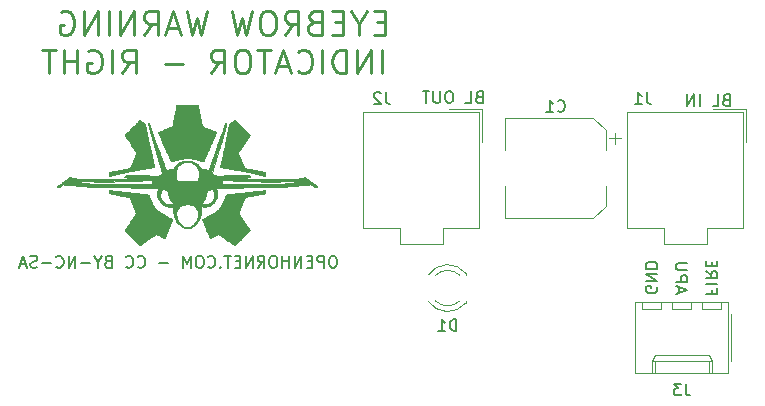
<source format=gbr>
%TF.GenerationSoftware,KiCad,Pcbnew,(5.1.9)-1*%
%TF.CreationDate,2021-09-17T08:36:41-06:00*%
%TF.ProjectId,ewi_v3,6577695f-7633-42e6-9b69-6361645f7063,rev?*%
%TF.SameCoordinates,Original*%
%TF.FileFunction,Legend,Bot*%
%TF.FilePolarity,Positive*%
%FSLAX46Y46*%
G04 Gerber Fmt 4.6, Leading zero omitted, Abs format (unit mm)*
G04 Created by KiCad (PCBNEW (5.1.9)-1) date 2021-09-17 08:36:41*
%MOMM*%
%LPD*%
G01*
G04 APERTURE LIST*
%ADD10C,0.150000*%
%ADD11C,0.250000*%
%ADD12C,0.010000*%
%ADD13C,0.120000*%
G04 APERTURE END LIST*
D10*
X129562165Y-82703677D02*
X129371689Y-82703677D01*
X129276451Y-82751297D01*
X129181213Y-82846535D01*
X129133594Y-83037011D01*
X129133594Y-83370344D01*
X129181213Y-83560820D01*
X129276451Y-83656058D01*
X129371689Y-83703677D01*
X129562165Y-83703677D01*
X129657403Y-83656058D01*
X129752641Y-83560820D01*
X129800260Y-83370344D01*
X129800260Y-83037011D01*
X129752641Y-82846535D01*
X129657403Y-82751297D01*
X129562165Y-82703677D01*
X128705022Y-83703677D02*
X128705022Y-82703677D01*
X128324070Y-82703677D01*
X128228832Y-82751297D01*
X128181213Y-82798916D01*
X128133594Y-82894154D01*
X128133594Y-83037011D01*
X128181213Y-83132249D01*
X128228832Y-83179868D01*
X128324070Y-83227487D01*
X128705022Y-83227487D01*
X127705022Y-83179868D02*
X127371689Y-83179868D01*
X127228832Y-83703677D02*
X127705022Y-83703677D01*
X127705022Y-82703677D01*
X127228832Y-82703677D01*
X126800260Y-83703677D02*
X126800260Y-82703677D01*
X126228832Y-83703677D01*
X126228832Y-82703677D01*
X125752641Y-83703677D02*
X125752641Y-82703677D01*
X125752641Y-83179868D02*
X125181213Y-83179868D01*
X125181213Y-83703677D02*
X125181213Y-82703677D01*
X124514546Y-82703677D02*
X124324070Y-82703677D01*
X124228832Y-82751297D01*
X124133594Y-82846535D01*
X124085975Y-83037011D01*
X124085975Y-83370344D01*
X124133594Y-83560820D01*
X124228832Y-83656058D01*
X124324070Y-83703677D01*
X124514546Y-83703677D01*
X124609784Y-83656058D01*
X124705022Y-83560820D01*
X124752641Y-83370344D01*
X124752641Y-83037011D01*
X124705022Y-82846535D01*
X124609784Y-82751297D01*
X124514546Y-82703677D01*
X123085975Y-83703677D02*
X123419308Y-83227487D01*
X123657403Y-83703677D02*
X123657403Y-82703677D01*
X123276451Y-82703677D01*
X123181213Y-82751297D01*
X123133594Y-82798916D01*
X123085975Y-82894154D01*
X123085975Y-83037011D01*
X123133594Y-83132249D01*
X123181213Y-83179868D01*
X123276451Y-83227487D01*
X123657403Y-83227487D01*
X122657403Y-83703677D02*
X122657403Y-82703677D01*
X122085975Y-83703677D01*
X122085975Y-82703677D01*
X121609784Y-83179868D02*
X121276451Y-83179868D01*
X121133594Y-83703677D02*
X121609784Y-83703677D01*
X121609784Y-82703677D01*
X121133594Y-82703677D01*
X120847879Y-82703677D02*
X120276451Y-82703677D01*
X120562165Y-83703677D02*
X120562165Y-82703677D01*
X119943118Y-83608439D02*
X119895499Y-83656058D01*
X119943118Y-83703677D01*
X119990737Y-83656058D01*
X119943118Y-83608439D01*
X119943118Y-83703677D01*
X118895499Y-83608439D02*
X118943118Y-83656058D01*
X119085975Y-83703677D01*
X119181213Y-83703677D01*
X119324070Y-83656058D01*
X119419308Y-83560820D01*
X119466927Y-83465582D01*
X119514546Y-83275106D01*
X119514546Y-83132249D01*
X119466927Y-82941773D01*
X119419308Y-82846535D01*
X119324070Y-82751297D01*
X119181213Y-82703677D01*
X119085975Y-82703677D01*
X118943118Y-82751297D01*
X118895499Y-82798916D01*
X118276451Y-82703677D02*
X118085975Y-82703677D01*
X117990737Y-82751297D01*
X117895499Y-82846535D01*
X117847879Y-83037011D01*
X117847879Y-83370344D01*
X117895499Y-83560820D01*
X117990737Y-83656058D01*
X118085975Y-83703677D01*
X118276451Y-83703677D01*
X118371689Y-83656058D01*
X118466927Y-83560820D01*
X118514546Y-83370344D01*
X118514546Y-83037011D01*
X118466927Y-82846535D01*
X118371689Y-82751297D01*
X118276451Y-82703677D01*
X117419308Y-83703677D02*
X117419308Y-82703677D01*
X117085975Y-83417963D01*
X116752641Y-82703677D01*
X116752641Y-83703677D01*
X115514546Y-83322725D02*
X114752641Y-83322725D01*
X112943118Y-83608439D02*
X112990737Y-83656058D01*
X113133594Y-83703677D01*
X113228832Y-83703677D01*
X113371689Y-83656058D01*
X113466927Y-83560820D01*
X113514546Y-83465582D01*
X113562165Y-83275106D01*
X113562165Y-83132249D01*
X113514546Y-82941773D01*
X113466927Y-82846535D01*
X113371689Y-82751297D01*
X113228832Y-82703677D01*
X113133594Y-82703677D01*
X112990737Y-82751297D01*
X112943118Y-82798916D01*
X111943118Y-83608439D02*
X111990737Y-83656058D01*
X112133594Y-83703677D01*
X112228832Y-83703677D01*
X112371689Y-83656058D01*
X112466927Y-83560820D01*
X112514546Y-83465582D01*
X112562165Y-83275106D01*
X112562165Y-83132249D01*
X112514546Y-82941773D01*
X112466927Y-82846535D01*
X112371689Y-82751297D01*
X112228832Y-82703677D01*
X112133594Y-82703677D01*
X111990737Y-82751297D01*
X111943118Y-82798916D01*
X110419308Y-83179868D02*
X110276451Y-83227487D01*
X110228832Y-83275106D01*
X110181213Y-83370344D01*
X110181213Y-83513201D01*
X110228832Y-83608439D01*
X110276451Y-83656058D01*
X110371689Y-83703677D01*
X110752641Y-83703677D01*
X110752641Y-82703677D01*
X110419308Y-82703677D01*
X110324070Y-82751297D01*
X110276451Y-82798916D01*
X110228832Y-82894154D01*
X110228832Y-82989392D01*
X110276451Y-83084630D01*
X110324070Y-83132249D01*
X110419308Y-83179868D01*
X110752641Y-83179868D01*
X109562165Y-83227487D02*
X109562165Y-83703677D01*
X109895499Y-82703677D02*
X109562165Y-83227487D01*
X109228832Y-82703677D01*
X108895499Y-83322725D02*
X108133594Y-83322725D01*
X107657403Y-83703677D02*
X107657403Y-82703677D01*
X107085975Y-83703677D01*
X107085975Y-82703677D01*
X106038356Y-83608439D02*
X106085975Y-83656058D01*
X106228832Y-83703677D01*
X106324070Y-83703677D01*
X106466927Y-83656058D01*
X106562165Y-83560820D01*
X106609784Y-83465582D01*
X106657403Y-83275106D01*
X106657403Y-83132249D01*
X106609784Y-82941773D01*
X106562165Y-82846535D01*
X106466927Y-82751297D01*
X106324070Y-82703677D01*
X106228832Y-82703677D01*
X106085975Y-82751297D01*
X106038356Y-82798916D01*
X105609784Y-83322725D02*
X104847879Y-83322725D01*
X104419308Y-83656058D02*
X104276451Y-83703677D01*
X104038356Y-83703677D01*
X103943118Y-83656058D01*
X103895499Y-83608439D01*
X103847879Y-83513201D01*
X103847879Y-83417963D01*
X103895499Y-83322725D01*
X103943118Y-83275106D01*
X104038356Y-83227487D01*
X104228832Y-83179868D01*
X104324070Y-83132249D01*
X104371689Y-83084630D01*
X104419308Y-82989392D01*
X104419308Y-82894154D01*
X104371689Y-82798916D01*
X104324070Y-82751297D01*
X104228832Y-82703677D01*
X103990737Y-82703677D01*
X103847879Y-82751297D01*
X103466927Y-83417963D02*
X102990737Y-83417963D01*
X103562165Y-83703677D02*
X103228832Y-82703677D01*
X102895499Y-83703677D01*
D11*
X133856189Y-62941439D02*
X133189522Y-62941439D01*
X132903808Y-63989058D02*
X133856189Y-63989058D01*
X133856189Y-61989058D01*
X132903808Y-61989058D01*
X131665713Y-63036677D02*
X131665713Y-63989058D01*
X132332379Y-61989058D02*
X131665713Y-63036677D01*
X130999046Y-61989058D01*
X130332379Y-62941439D02*
X129665713Y-62941439D01*
X129379999Y-63989058D02*
X130332379Y-63989058D01*
X130332379Y-61989058D01*
X129379999Y-61989058D01*
X127856189Y-62941439D02*
X127570475Y-63036677D01*
X127475237Y-63131916D01*
X127379999Y-63322392D01*
X127379999Y-63608106D01*
X127475237Y-63798582D01*
X127570475Y-63893820D01*
X127760951Y-63989058D01*
X128522856Y-63989058D01*
X128522856Y-61989058D01*
X127856189Y-61989058D01*
X127665713Y-62084297D01*
X127570475Y-62179535D01*
X127475237Y-62370011D01*
X127475237Y-62560487D01*
X127570475Y-62750963D01*
X127665713Y-62846201D01*
X127856189Y-62941439D01*
X128522856Y-62941439D01*
X125379999Y-63989058D02*
X126046665Y-63036677D01*
X126522856Y-63989058D02*
X126522856Y-61989058D01*
X125760951Y-61989058D01*
X125570475Y-62084297D01*
X125475237Y-62179535D01*
X125379999Y-62370011D01*
X125379999Y-62655725D01*
X125475237Y-62846201D01*
X125570475Y-62941439D01*
X125760951Y-63036677D01*
X126522856Y-63036677D01*
X124141903Y-61989058D02*
X123760951Y-61989058D01*
X123570475Y-62084297D01*
X123379999Y-62274773D01*
X123284760Y-62655725D01*
X123284760Y-63322392D01*
X123379999Y-63703344D01*
X123570475Y-63893820D01*
X123760951Y-63989058D01*
X124141903Y-63989058D01*
X124332379Y-63893820D01*
X124522856Y-63703344D01*
X124618094Y-63322392D01*
X124618094Y-62655725D01*
X124522856Y-62274773D01*
X124332379Y-62084297D01*
X124141903Y-61989058D01*
X122618094Y-61989058D02*
X122141903Y-63989058D01*
X121760951Y-62560487D01*
X121379999Y-63989058D01*
X120903808Y-61989058D01*
X118808570Y-61989058D02*
X118332379Y-63989058D01*
X117951427Y-62560487D01*
X117570475Y-63989058D01*
X117094284Y-61989058D01*
X116427618Y-63417630D02*
X115475237Y-63417630D01*
X116618094Y-63989058D02*
X115951427Y-61989058D01*
X115284760Y-63989058D01*
X113475237Y-63989058D02*
X114141903Y-63036677D01*
X114618094Y-63989058D02*
X114618094Y-61989058D01*
X113856189Y-61989058D01*
X113665713Y-62084297D01*
X113570475Y-62179535D01*
X113475237Y-62370011D01*
X113475237Y-62655725D01*
X113570475Y-62846201D01*
X113665713Y-62941439D01*
X113856189Y-63036677D01*
X114618094Y-63036677D01*
X112618094Y-63989058D02*
X112618094Y-61989058D01*
X111475237Y-63989058D01*
X111475237Y-61989058D01*
X110522856Y-63989058D02*
X110522856Y-61989058D01*
X109570475Y-63989058D02*
X109570475Y-61989058D01*
X108427618Y-63989058D01*
X108427618Y-61989058D01*
X106427618Y-62084297D02*
X106618094Y-61989058D01*
X106903808Y-61989058D01*
X107189522Y-62084297D01*
X107379999Y-62274773D01*
X107475237Y-62465249D01*
X107570475Y-62846201D01*
X107570475Y-63131916D01*
X107475237Y-63512868D01*
X107379999Y-63703344D01*
X107189522Y-63893820D01*
X106903808Y-63989058D01*
X106713332Y-63989058D01*
X106427618Y-63893820D01*
X106332379Y-63798582D01*
X106332379Y-63131916D01*
X106713332Y-63131916D01*
X133618094Y-67239058D02*
X133618094Y-65239058D01*
X132665713Y-67239058D02*
X132665713Y-65239058D01*
X131522856Y-67239058D01*
X131522856Y-65239058D01*
X130570475Y-67239058D02*
X130570475Y-65239058D01*
X130094284Y-65239058D01*
X129808570Y-65334297D01*
X129618094Y-65524773D01*
X129522856Y-65715249D01*
X129427618Y-66096201D01*
X129427618Y-66381916D01*
X129522856Y-66762868D01*
X129618094Y-66953344D01*
X129808570Y-67143820D01*
X130094284Y-67239058D01*
X130570475Y-67239058D01*
X128570475Y-67239058D02*
X128570475Y-65239058D01*
X126475237Y-67048582D02*
X126570475Y-67143820D01*
X126856189Y-67239058D01*
X127046665Y-67239058D01*
X127332379Y-67143820D01*
X127522856Y-66953344D01*
X127618094Y-66762868D01*
X127713332Y-66381916D01*
X127713332Y-66096201D01*
X127618094Y-65715249D01*
X127522856Y-65524773D01*
X127332379Y-65334297D01*
X127046665Y-65239058D01*
X126856189Y-65239058D01*
X126570475Y-65334297D01*
X126475237Y-65429535D01*
X125713332Y-66667630D02*
X124760951Y-66667630D01*
X125903808Y-67239058D02*
X125237141Y-65239058D01*
X124570475Y-67239058D01*
X124189522Y-65239058D02*
X123046665Y-65239058D01*
X123618094Y-67239058D02*
X123618094Y-65239058D01*
X121999046Y-65239058D02*
X121618094Y-65239058D01*
X121427618Y-65334297D01*
X121237141Y-65524773D01*
X121141903Y-65905725D01*
X121141903Y-66572392D01*
X121237141Y-66953344D01*
X121427618Y-67143820D01*
X121618094Y-67239058D01*
X121999046Y-67239058D01*
X122189522Y-67143820D01*
X122379999Y-66953344D01*
X122475237Y-66572392D01*
X122475237Y-65905725D01*
X122379999Y-65524773D01*
X122189522Y-65334297D01*
X121999046Y-65239058D01*
X119141903Y-67239058D02*
X119808570Y-66286677D01*
X120284760Y-67239058D02*
X120284760Y-65239058D01*
X119522856Y-65239058D01*
X119332379Y-65334297D01*
X119237141Y-65429535D01*
X119141903Y-65620011D01*
X119141903Y-65905725D01*
X119237141Y-66096201D01*
X119332379Y-66191439D01*
X119522856Y-66286677D01*
X120284760Y-66286677D01*
X116760951Y-66477154D02*
X115237141Y-66477154D01*
X111618094Y-67239058D02*
X112284760Y-66286677D01*
X112760951Y-67239058D02*
X112760951Y-65239058D01*
X111999046Y-65239058D01*
X111808570Y-65334297D01*
X111713332Y-65429535D01*
X111618094Y-65620011D01*
X111618094Y-65905725D01*
X111713332Y-66096201D01*
X111808570Y-66191439D01*
X111999046Y-66286677D01*
X112760951Y-66286677D01*
X110760951Y-67239058D02*
X110760951Y-65239058D01*
X108760951Y-65334297D02*
X108951427Y-65239058D01*
X109237141Y-65239058D01*
X109522856Y-65334297D01*
X109713332Y-65524773D01*
X109808570Y-65715249D01*
X109903808Y-66096201D01*
X109903808Y-66381916D01*
X109808570Y-66762868D01*
X109713332Y-66953344D01*
X109522856Y-67143820D01*
X109237141Y-67239058D01*
X109046665Y-67239058D01*
X108760951Y-67143820D01*
X108665713Y-67048582D01*
X108665713Y-66381916D01*
X109046665Y-66381916D01*
X107808570Y-67239058D02*
X107808570Y-65239058D01*
X107808570Y-66191439D02*
X106665713Y-66191439D01*
X106665713Y-67239058D02*
X106665713Y-65239058D01*
X105999046Y-65239058D02*
X104856189Y-65239058D01*
X105427618Y-67239058D02*
X105427618Y-65239058D01*
D10*
X161539228Y-85590762D02*
X161539228Y-85924095D01*
X161015419Y-85924095D02*
X162015419Y-85924095D01*
X162015419Y-85447904D01*
X161015419Y-85066952D02*
X162015419Y-85066952D01*
X161015419Y-84019333D02*
X161491609Y-84352666D01*
X161015419Y-84590762D02*
X162015419Y-84590762D01*
X162015419Y-84209809D01*
X161967800Y-84114571D01*
X161920180Y-84066952D01*
X161824942Y-84019333D01*
X161682085Y-84019333D01*
X161586847Y-84066952D01*
X161539228Y-84114571D01*
X161491609Y-84209809D01*
X161491609Y-84590762D01*
X161539228Y-83590762D02*
X161539228Y-83257428D01*
X161015419Y-83114571D02*
X161015419Y-83590762D01*
X162015419Y-83590762D01*
X162015419Y-83114571D01*
X158761133Y-85805047D02*
X158761133Y-85328857D01*
X158475419Y-85900285D02*
X159475419Y-85566952D01*
X158475419Y-85233619D01*
X158475419Y-84900285D02*
X159475419Y-84900285D01*
X159475419Y-84519333D01*
X159427800Y-84424095D01*
X159380180Y-84376476D01*
X159284942Y-84328857D01*
X159142085Y-84328857D01*
X159046847Y-84376476D01*
X158999228Y-84424095D01*
X158951609Y-84519333D01*
X158951609Y-84900285D01*
X159475419Y-83900285D02*
X158665895Y-83900285D01*
X158570657Y-83852666D01*
X158523038Y-83805047D01*
X158475419Y-83709809D01*
X158475419Y-83519333D01*
X158523038Y-83424095D01*
X158570657Y-83376476D01*
X158665895Y-83328857D01*
X159475419Y-83328857D01*
X156887800Y-85305047D02*
X156935419Y-85400285D01*
X156935419Y-85543143D01*
X156887800Y-85686000D01*
X156792561Y-85781238D01*
X156697323Y-85828857D01*
X156506847Y-85876476D01*
X156363990Y-85876476D01*
X156173514Y-85828857D01*
X156078276Y-85781238D01*
X155983038Y-85686000D01*
X155935419Y-85543143D01*
X155935419Y-85447904D01*
X155983038Y-85305047D01*
X156030657Y-85257428D01*
X156363990Y-85257428D01*
X156363990Y-85447904D01*
X155935419Y-84828857D02*
X156935419Y-84828857D01*
X155935419Y-84257428D01*
X156935419Y-84257428D01*
X155935419Y-83781238D02*
X156935419Y-83781238D01*
X156935419Y-83543143D01*
X156887800Y-83400285D01*
X156792561Y-83305047D01*
X156697323Y-83257428D01*
X156506847Y-83209809D01*
X156363990Y-83209809D01*
X156173514Y-83257428D01*
X156078276Y-83305047D01*
X155983038Y-83400285D01*
X155935419Y-83543143D01*
X155935419Y-83781238D01*
D12*
%TO.C,G\u002A\u002A\u002A*%
G36*
X117164238Y-69905197D02*
G01*
X117122876Y-69905197D01*
X116983210Y-69905214D01*
X116859486Y-69905275D01*
X116750712Y-69905397D01*
X116655898Y-69905596D01*
X116574052Y-69905888D01*
X116504183Y-69906288D01*
X116445299Y-69906812D01*
X116396409Y-69907477D01*
X116356522Y-69908298D01*
X116324646Y-69909291D01*
X116299790Y-69910473D01*
X116280963Y-69911859D01*
X116267173Y-69913465D01*
X116257429Y-69915307D01*
X116250740Y-69917401D01*
X116246877Y-69919296D01*
X116226920Y-69935552D01*
X116213943Y-69953292D01*
X116211159Y-69964243D01*
X116205519Y-69990702D01*
X116197242Y-70031528D01*
X116186548Y-70085576D01*
X116173658Y-70151705D01*
X116158792Y-70228771D01*
X116142168Y-70315632D01*
X116124006Y-70411145D01*
X116104528Y-70514167D01*
X116083952Y-70623555D01*
X116062498Y-70738166D01*
X116047936Y-70816273D01*
X116025988Y-70933782D01*
X116004725Y-71046867D01*
X115984368Y-71154382D01*
X115965144Y-71255178D01*
X115947273Y-71348109D01*
X115930981Y-71432025D01*
X115916492Y-71505780D01*
X115904027Y-71568225D01*
X115893812Y-71618214D01*
X115886070Y-71654599D01*
X115881024Y-71676231D01*
X115879285Y-71681859D01*
X115863884Y-71704745D01*
X115847720Y-71722532D01*
X115837697Y-71727848D01*
X115813491Y-71738930D01*
X115776600Y-71755155D01*
X115728525Y-71775903D01*
X115670765Y-71800552D01*
X115604817Y-71828478D01*
X115532183Y-71859061D01*
X115454360Y-71891679D01*
X115372848Y-71925709D01*
X115289146Y-71960531D01*
X115204753Y-71995521D01*
X115121169Y-72030058D01*
X115039892Y-72063521D01*
X114962422Y-72095286D01*
X114890258Y-72124733D01*
X114824898Y-72151240D01*
X114767843Y-72174184D01*
X114720591Y-72192944D01*
X114684641Y-72206898D01*
X114661493Y-72215424D01*
X114653767Y-72217817D01*
X114652958Y-72220694D01*
X114654715Y-72228890D01*
X114659309Y-72243028D01*
X114667014Y-72263735D01*
X114678099Y-72291634D01*
X114692836Y-72327350D01*
X114711498Y-72371508D01*
X114734355Y-72424733D01*
X114761678Y-72487648D01*
X114793741Y-72560880D01*
X114830813Y-72645051D01*
X114873167Y-72740788D01*
X114921074Y-72848714D01*
X114974805Y-72969454D01*
X115034633Y-73103633D01*
X115100828Y-73251876D01*
X115173662Y-73414807D01*
X115188731Y-73448496D01*
X115249892Y-73585203D01*
X115309233Y-73717788D01*
X115366382Y-73845419D01*
X115420965Y-73967265D01*
X115472608Y-74082492D01*
X115520937Y-74190270D01*
X115565579Y-74289765D01*
X115606161Y-74380147D01*
X115642309Y-74460582D01*
X115673650Y-74530240D01*
X115699809Y-74588287D01*
X115720414Y-74633892D01*
X115735091Y-74666223D01*
X115743466Y-74684448D01*
X115745336Y-74688308D01*
X115750595Y-74692379D01*
X115761148Y-74693209D01*
X115779386Y-74690347D01*
X115807702Y-74683341D01*
X115848490Y-74671742D01*
X115875005Y-74663870D01*
X115996691Y-74628991D01*
X116127083Y-74594414D01*
X116261936Y-74561124D01*
X116397001Y-74530104D01*
X116528032Y-74502337D01*
X116650782Y-74478806D01*
X116738032Y-74464029D01*
X116788849Y-74457819D01*
X116853181Y-74452740D01*
X116927645Y-74448833D01*
X117008860Y-74446139D01*
X117093441Y-74444700D01*
X117178006Y-74444556D01*
X117259173Y-74445750D01*
X117333558Y-74448322D01*
X117397779Y-74452314D01*
X117431317Y-74455555D01*
X117528336Y-74468723D01*
X117637938Y-74487056D01*
X117756829Y-74509834D01*
X117881718Y-74536334D01*
X118009309Y-74565833D01*
X118136310Y-74597611D01*
X118259427Y-74630945D01*
X118344918Y-74655835D01*
X118390690Y-74669491D01*
X118430757Y-74681227D01*
X118462336Y-74690244D01*
X118482644Y-74695747D01*
X118488851Y-74697086D01*
X118492848Y-74689433D01*
X118503239Y-74667079D01*
X118519661Y-74630849D01*
X118541749Y-74581569D01*
X118569139Y-74520064D01*
X118601468Y-74447159D01*
X118638371Y-74363679D01*
X118679484Y-74270449D01*
X118724443Y-74168295D01*
X118772884Y-74058042D01*
X118824443Y-73940514D01*
X118878757Y-73816538D01*
X118935460Y-73686939D01*
X118994189Y-73552541D01*
X119032499Y-73464782D01*
X119092343Y-73327611D01*
X119150346Y-73194599D01*
X119206146Y-73066581D01*
X119259380Y-72944389D01*
X119309686Y-72828857D01*
X119356702Y-72720818D01*
X119400066Y-72621107D01*
X119439415Y-72530556D01*
X119474388Y-72449998D01*
X119504622Y-72380268D01*
X119529754Y-72322199D01*
X119549424Y-72276624D01*
X119563267Y-72244376D01*
X119570923Y-72226289D01*
X119572405Y-72222543D01*
X119565113Y-72217441D01*
X119542823Y-72206393D01*
X119506271Y-72189715D01*
X119456192Y-72167723D01*
X119393323Y-72140731D01*
X119318398Y-72109055D01*
X119232155Y-72073011D01*
X119135327Y-72032912D01*
X119028652Y-71989076D01*
X119005429Y-71979572D01*
X118911677Y-71941141D01*
X118822039Y-71904221D01*
X118737824Y-71869360D01*
X118660340Y-71837108D01*
X118590894Y-71808016D01*
X118530794Y-71782632D01*
X118481348Y-71761507D01*
X118443865Y-71745190D01*
X118419652Y-71734230D01*
X118410489Y-71729543D01*
X118388813Y-71709730D01*
X118370828Y-71684853D01*
X118369815Y-71682934D01*
X118365870Y-71669883D01*
X118359090Y-71640957D01*
X118349629Y-71596949D01*
X118337643Y-71538651D01*
X118323288Y-71466856D01*
X118306718Y-71382356D01*
X118288090Y-71285943D01*
X118267559Y-71178410D01*
X118245280Y-71060550D01*
X118221408Y-70933154D01*
X118198143Y-70808043D01*
X118176312Y-70690525D01*
X118155219Y-70577544D01*
X118135081Y-70470234D01*
X118116117Y-70369729D01*
X118098543Y-70277163D01*
X118082577Y-70193670D01*
X118068437Y-70120386D01*
X118056341Y-70058443D01*
X118046504Y-70008977D01*
X118039146Y-69973121D01*
X118034484Y-69952010D01*
X118032960Y-69946648D01*
X118029501Y-69940024D01*
X118025977Y-69934145D01*
X118021413Y-69928968D01*
X118014832Y-69924447D01*
X118005258Y-69920539D01*
X117991714Y-69917198D01*
X117973225Y-69914380D01*
X117948814Y-69912040D01*
X117917505Y-69910136D01*
X117878322Y-69908620D01*
X117830288Y-69907451D01*
X117772428Y-69906582D01*
X117703765Y-69905969D01*
X117623322Y-69905568D01*
X117530125Y-69905335D01*
X117423196Y-69905225D01*
X117301559Y-69905194D01*
X117164238Y-69905197D01*
G37*
X117164238Y-69905197D02*
X117122876Y-69905197D01*
X116983210Y-69905214D01*
X116859486Y-69905275D01*
X116750712Y-69905397D01*
X116655898Y-69905596D01*
X116574052Y-69905888D01*
X116504183Y-69906288D01*
X116445299Y-69906812D01*
X116396409Y-69907477D01*
X116356522Y-69908298D01*
X116324646Y-69909291D01*
X116299790Y-69910473D01*
X116280963Y-69911859D01*
X116267173Y-69913465D01*
X116257429Y-69915307D01*
X116250740Y-69917401D01*
X116246877Y-69919296D01*
X116226920Y-69935552D01*
X116213943Y-69953292D01*
X116211159Y-69964243D01*
X116205519Y-69990702D01*
X116197242Y-70031528D01*
X116186548Y-70085576D01*
X116173658Y-70151705D01*
X116158792Y-70228771D01*
X116142168Y-70315632D01*
X116124006Y-70411145D01*
X116104528Y-70514167D01*
X116083952Y-70623555D01*
X116062498Y-70738166D01*
X116047936Y-70816273D01*
X116025988Y-70933782D01*
X116004725Y-71046867D01*
X115984368Y-71154382D01*
X115965144Y-71255178D01*
X115947273Y-71348109D01*
X115930981Y-71432025D01*
X115916492Y-71505780D01*
X115904027Y-71568225D01*
X115893812Y-71618214D01*
X115886070Y-71654599D01*
X115881024Y-71676231D01*
X115879285Y-71681859D01*
X115863884Y-71704745D01*
X115847720Y-71722532D01*
X115837697Y-71727848D01*
X115813491Y-71738930D01*
X115776600Y-71755155D01*
X115728525Y-71775903D01*
X115670765Y-71800552D01*
X115604817Y-71828478D01*
X115532183Y-71859061D01*
X115454360Y-71891679D01*
X115372848Y-71925709D01*
X115289146Y-71960531D01*
X115204753Y-71995521D01*
X115121169Y-72030058D01*
X115039892Y-72063521D01*
X114962422Y-72095286D01*
X114890258Y-72124733D01*
X114824898Y-72151240D01*
X114767843Y-72174184D01*
X114720591Y-72192944D01*
X114684641Y-72206898D01*
X114661493Y-72215424D01*
X114653767Y-72217817D01*
X114652958Y-72220694D01*
X114654715Y-72228890D01*
X114659309Y-72243028D01*
X114667014Y-72263735D01*
X114678099Y-72291634D01*
X114692836Y-72327350D01*
X114711498Y-72371508D01*
X114734355Y-72424733D01*
X114761678Y-72487648D01*
X114793741Y-72560880D01*
X114830813Y-72645051D01*
X114873167Y-72740788D01*
X114921074Y-72848714D01*
X114974805Y-72969454D01*
X115034633Y-73103633D01*
X115100828Y-73251876D01*
X115173662Y-73414807D01*
X115188731Y-73448496D01*
X115249892Y-73585203D01*
X115309233Y-73717788D01*
X115366382Y-73845419D01*
X115420965Y-73967265D01*
X115472608Y-74082492D01*
X115520937Y-74190270D01*
X115565579Y-74289765D01*
X115606161Y-74380147D01*
X115642309Y-74460582D01*
X115673650Y-74530240D01*
X115699809Y-74588287D01*
X115720414Y-74633892D01*
X115735091Y-74666223D01*
X115743466Y-74684448D01*
X115745336Y-74688308D01*
X115750595Y-74692379D01*
X115761148Y-74693209D01*
X115779386Y-74690347D01*
X115807702Y-74683341D01*
X115848490Y-74671742D01*
X115875005Y-74663870D01*
X115996691Y-74628991D01*
X116127083Y-74594414D01*
X116261936Y-74561124D01*
X116397001Y-74530104D01*
X116528032Y-74502337D01*
X116650782Y-74478806D01*
X116738032Y-74464029D01*
X116788849Y-74457819D01*
X116853181Y-74452740D01*
X116927645Y-74448833D01*
X117008860Y-74446139D01*
X117093441Y-74444700D01*
X117178006Y-74444556D01*
X117259173Y-74445750D01*
X117333558Y-74448322D01*
X117397779Y-74452314D01*
X117431317Y-74455555D01*
X117528336Y-74468723D01*
X117637938Y-74487056D01*
X117756829Y-74509834D01*
X117881718Y-74536334D01*
X118009309Y-74565833D01*
X118136310Y-74597611D01*
X118259427Y-74630945D01*
X118344918Y-74655835D01*
X118390690Y-74669491D01*
X118430757Y-74681227D01*
X118462336Y-74690244D01*
X118482644Y-74695747D01*
X118488851Y-74697086D01*
X118492848Y-74689433D01*
X118503239Y-74667079D01*
X118519661Y-74630849D01*
X118541749Y-74581569D01*
X118569139Y-74520064D01*
X118601468Y-74447159D01*
X118638371Y-74363679D01*
X118679484Y-74270449D01*
X118724443Y-74168295D01*
X118772884Y-74058042D01*
X118824443Y-73940514D01*
X118878757Y-73816538D01*
X118935460Y-73686939D01*
X118994189Y-73552541D01*
X119032499Y-73464782D01*
X119092343Y-73327611D01*
X119150346Y-73194599D01*
X119206146Y-73066581D01*
X119259380Y-72944389D01*
X119309686Y-72828857D01*
X119356702Y-72720818D01*
X119400066Y-72621107D01*
X119439415Y-72530556D01*
X119474388Y-72449998D01*
X119504622Y-72380268D01*
X119529754Y-72322199D01*
X119549424Y-72276624D01*
X119563267Y-72244376D01*
X119570923Y-72226289D01*
X119572405Y-72222543D01*
X119565113Y-72217441D01*
X119542823Y-72206393D01*
X119506271Y-72189715D01*
X119456192Y-72167723D01*
X119393323Y-72140731D01*
X119318398Y-72109055D01*
X119232155Y-72073011D01*
X119135327Y-72032912D01*
X119028652Y-71989076D01*
X119005429Y-71979572D01*
X118911677Y-71941141D01*
X118822039Y-71904221D01*
X118737824Y-71869360D01*
X118660340Y-71837108D01*
X118590894Y-71808016D01*
X118530794Y-71782632D01*
X118481348Y-71761507D01*
X118443865Y-71745190D01*
X118419652Y-71734230D01*
X118410489Y-71729543D01*
X118388813Y-71709730D01*
X118370828Y-71684853D01*
X118369815Y-71682934D01*
X118365870Y-71669883D01*
X118359090Y-71640957D01*
X118349629Y-71596949D01*
X118337643Y-71538651D01*
X118323288Y-71466856D01*
X118306718Y-71382356D01*
X118288090Y-71285943D01*
X118267559Y-71178410D01*
X118245280Y-71060550D01*
X118221408Y-70933154D01*
X118198143Y-70808043D01*
X118176312Y-70690525D01*
X118155219Y-70577544D01*
X118135081Y-70470234D01*
X118116117Y-70369729D01*
X118098543Y-70277163D01*
X118082577Y-70193670D01*
X118068437Y-70120386D01*
X118056341Y-70058443D01*
X118046504Y-70008977D01*
X118039146Y-69973121D01*
X118034484Y-69952010D01*
X118032960Y-69946648D01*
X118029501Y-69940024D01*
X118025977Y-69934145D01*
X118021413Y-69928968D01*
X118014832Y-69924447D01*
X118005258Y-69920539D01*
X117991714Y-69917198D01*
X117973225Y-69914380D01*
X117948814Y-69912040D01*
X117917505Y-69910136D01*
X117878322Y-69908620D01*
X117830288Y-69907451D01*
X117772428Y-69906582D01*
X117703765Y-69905969D01*
X117623322Y-69905568D01*
X117530125Y-69905335D01*
X117423196Y-69905225D01*
X117301559Y-69905194D01*
X117164238Y-69905197D01*
G36*
X113081526Y-71230070D02*
G01*
X113072572Y-71236691D01*
X113052696Y-71254364D01*
X113022889Y-71282105D01*
X112984141Y-71318931D01*
X112937441Y-71363857D01*
X112883779Y-71415900D01*
X112824146Y-71474076D01*
X112759531Y-71537401D01*
X112690924Y-71604891D01*
X112619315Y-71675562D01*
X112545693Y-71748430D01*
X112471050Y-71822512D01*
X112396373Y-71896823D01*
X112322654Y-71970380D01*
X112250882Y-72042199D01*
X112182048Y-72111296D01*
X112117140Y-72176687D01*
X112057149Y-72237388D01*
X112003065Y-72292416D01*
X111955878Y-72340786D01*
X111916577Y-72381515D01*
X111886152Y-72413618D01*
X111865594Y-72436112D01*
X111855892Y-72448014D01*
X111855535Y-72448624D01*
X111846458Y-72480621D01*
X111846996Y-72500869D01*
X111852754Y-72513232D01*
X111868205Y-72539318D01*
X111893276Y-72579020D01*
X111927895Y-72632228D01*
X111971989Y-72698832D01*
X112025486Y-72778723D01*
X112088311Y-72871792D01*
X112160394Y-72977929D01*
X112241660Y-73097027D01*
X112331493Y-73228180D01*
X112410134Y-73343004D01*
X112483137Y-73449994D01*
X112550088Y-73548530D01*
X112610573Y-73637990D01*
X112664178Y-73717755D01*
X112710487Y-73787204D01*
X112749088Y-73845716D01*
X112779565Y-73892669D01*
X112801505Y-73927445D01*
X112814492Y-73949421D01*
X112818122Y-73957188D01*
X112821536Y-73982854D01*
X112820709Y-74004658D01*
X112820557Y-74005383D01*
X112816160Y-74017970D01*
X112805673Y-74044474D01*
X112789728Y-74083423D01*
X112768959Y-74133345D01*
X112743999Y-74192770D01*
X112715482Y-74260225D01*
X112684040Y-74334239D01*
X112650308Y-74413340D01*
X112614917Y-74496058D01*
X112578502Y-74580919D01*
X112541696Y-74666454D01*
X112505132Y-74751190D01*
X112469443Y-74833655D01*
X112435263Y-74912379D01*
X112403224Y-74985889D01*
X112373961Y-75052714D01*
X112348106Y-75111383D01*
X112326292Y-75160424D01*
X112309153Y-75198365D01*
X112297323Y-75223735D01*
X112291434Y-75235063D01*
X112291302Y-75235240D01*
X112271357Y-75254907D01*
X112251888Y-75268215D01*
X112240504Y-75271390D01*
X112213628Y-75277403D01*
X112172420Y-75286027D01*
X112118042Y-75297036D01*
X112051656Y-75310203D01*
X111974422Y-75325303D01*
X111887501Y-75342109D01*
X111792055Y-75360395D01*
X111689246Y-75379934D01*
X111580233Y-75400500D01*
X111466180Y-75421867D01*
X111403852Y-75433482D01*
X111268415Y-75458682D01*
X111148631Y-75480998D01*
X111043505Y-75500639D01*
X110952042Y-75517816D01*
X110873245Y-75532736D01*
X110806121Y-75545610D01*
X110749672Y-75556646D01*
X110702905Y-75566053D01*
X110664823Y-75574041D01*
X110634432Y-75580819D01*
X110610735Y-75586595D01*
X110592738Y-75591578D01*
X110579446Y-75595979D01*
X110569861Y-75600006D01*
X110562991Y-75603868D01*
X110557838Y-75607774D01*
X110553409Y-75611934D01*
X110553132Y-75612207D01*
X110527732Y-75637412D01*
X110525070Y-75785438D01*
X110522408Y-75933463D01*
X110542003Y-75932599D01*
X110553574Y-75930467D01*
X110580090Y-75924625D01*
X110620057Y-75915428D01*
X110671983Y-75903232D01*
X110734375Y-75888391D01*
X110805738Y-75871262D01*
X110884580Y-75852197D01*
X110969408Y-75831554D01*
X111056899Y-75810137D01*
X111244738Y-75764281D01*
X111416976Y-75722782D01*
X111574328Y-75685476D01*
X111717513Y-75652201D01*
X111847248Y-75622791D01*
X111964248Y-75597084D01*
X112069232Y-75574914D01*
X112162916Y-75556120D01*
X112199899Y-75549036D01*
X112229402Y-75543652D01*
X112274305Y-75535707D01*
X112333310Y-75525421D01*
X112405113Y-75513016D01*
X112488414Y-75498715D01*
X112581911Y-75482739D01*
X112684304Y-75465311D01*
X112794290Y-75446651D01*
X112910569Y-75426982D01*
X113031839Y-75406526D01*
X113156799Y-75385505D01*
X113284148Y-75364140D01*
X113296333Y-75362099D01*
X113421375Y-75341080D01*
X113542487Y-75320575D01*
X113658533Y-75300784D01*
X113768376Y-75281907D01*
X113870882Y-75264144D01*
X113964912Y-75247695D01*
X114049332Y-75232761D01*
X114123006Y-75219541D01*
X114184797Y-75208235D01*
X114233569Y-75199043D01*
X114268186Y-75192167D01*
X114287512Y-75187804D01*
X114289792Y-75187140D01*
X114318432Y-75177130D01*
X114333894Y-75169284D01*
X114339324Y-75161276D01*
X114338081Y-75151476D01*
X114334245Y-75137975D01*
X114329698Y-75120844D01*
X114324300Y-75099437D01*
X114317908Y-75073110D01*
X114310380Y-75041216D01*
X114301574Y-75003111D01*
X114291350Y-74958148D01*
X114279564Y-74905683D01*
X114266076Y-74845069D01*
X114250744Y-74775662D01*
X114233425Y-74696817D01*
X114213979Y-74607887D01*
X114192263Y-74508227D01*
X114168135Y-74397192D01*
X114141454Y-74274136D01*
X114112078Y-74138415D01*
X114079866Y-73989381D01*
X114044675Y-73826391D01*
X114006364Y-73648799D01*
X113964791Y-73455959D01*
X113919814Y-73247225D01*
X113918473Y-73241001D01*
X113543633Y-71501039D01*
X113346811Y-71365635D01*
X113294729Y-71330258D01*
X113246176Y-71298137D01*
X113203174Y-71270542D01*
X113167741Y-71248740D01*
X113141896Y-71234001D01*
X113127661Y-71227594D01*
X113126888Y-71227452D01*
X113100055Y-71227349D01*
X113081526Y-71230070D01*
G37*
X113081526Y-71230070D02*
X113072572Y-71236691D01*
X113052696Y-71254364D01*
X113022889Y-71282105D01*
X112984141Y-71318931D01*
X112937441Y-71363857D01*
X112883779Y-71415900D01*
X112824146Y-71474076D01*
X112759531Y-71537401D01*
X112690924Y-71604891D01*
X112619315Y-71675562D01*
X112545693Y-71748430D01*
X112471050Y-71822512D01*
X112396373Y-71896823D01*
X112322654Y-71970380D01*
X112250882Y-72042199D01*
X112182048Y-72111296D01*
X112117140Y-72176687D01*
X112057149Y-72237388D01*
X112003065Y-72292416D01*
X111955878Y-72340786D01*
X111916577Y-72381515D01*
X111886152Y-72413618D01*
X111865594Y-72436112D01*
X111855892Y-72448014D01*
X111855535Y-72448624D01*
X111846458Y-72480621D01*
X111846996Y-72500869D01*
X111852754Y-72513232D01*
X111868205Y-72539318D01*
X111893276Y-72579020D01*
X111927895Y-72632228D01*
X111971989Y-72698832D01*
X112025486Y-72778723D01*
X112088311Y-72871792D01*
X112160394Y-72977929D01*
X112241660Y-73097027D01*
X112331493Y-73228180D01*
X112410134Y-73343004D01*
X112483137Y-73449994D01*
X112550088Y-73548530D01*
X112610573Y-73637990D01*
X112664178Y-73717755D01*
X112710487Y-73787204D01*
X112749088Y-73845716D01*
X112779565Y-73892669D01*
X112801505Y-73927445D01*
X112814492Y-73949421D01*
X112818122Y-73957188D01*
X112821536Y-73982854D01*
X112820709Y-74004658D01*
X112820557Y-74005383D01*
X112816160Y-74017970D01*
X112805673Y-74044474D01*
X112789728Y-74083423D01*
X112768959Y-74133345D01*
X112743999Y-74192770D01*
X112715482Y-74260225D01*
X112684040Y-74334239D01*
X112650308Y-74413340D01*
X112614917Y-74496058D01*
X112578502Y-74580919D01*
X112541696Y-74666454D01*
X112505132Y-74751190D01*
X112469443Y-74833655D01*
X112435263Y-74912379D01*
X112403224Y-74985889D01*
X112373961Y-75052714D01*
X112348106Y-75111383D01*
X112326292Y-75160424D01*
X112309153Y-75198365D01*
X112297323Y-75223735D01*
X112291434Y-75235063D01*
X112291302Y-75235240D01*
X112271357Y-75254907D01*
X112251888Y-75268215D01*
X112240504Y-75271390D01*
X112213628Y-75277403D01*
X112172420Y-75286027D01*
X112118042Y-75297036D01*
X112051656Y-75310203D01*
X111974422Y-75325303D01*
X111887501Y-75342109D01*
X111792055Y-75360395D01*
X111689246Y-75379934D01*
X111580233Y-75400500D01*
X111466180Y-75421867D01*
X111403852Y-75433482D01*
X111268415Y-75458682D01*
X111148631Y-75480998D01*
X111043505Y-75500639D01*
X110952042Y-75517816D01*
X110873245Y-75532736D01*
X110806121Y-75545610D01*
X110749672Y-75556646D01*
X110702905Y-75566053D01*
X110664823Y-75574041D01*
X110634432Y-75580819D01*
X110610735Y-75586595D01*
X110592738Y-75591578D01*
X110579446Y-75595979D01*
X110569861Y-75600006D01*
X110562991Y-75603868D01*
X110557838Y-75607774D01*
X110553409Y-75611934D01*
X110553132Y-75612207D01*
X110527732Y-75637412D01*
X110525070Y-75785438D01*
X110522408Y-75933463D01*
X110542003Y-75932599D01*
X110553574Y-75930467D01*
X110580090Y-75924625D01*
X110620057Y-75915428D01*
X110671983Y-75903232D01*
X110734375Y-75888391D01*
X110805738Y-75871262D01*
X110884580Y-75852197D01*
X110969408Y-75831554D01*
X111056899Y-75810137D01*
X111244738Y-75764281D01*
X111416976Y-75722782D01*
X111574328Y-75685476D01*
X111717513Y-75652201D01*
X111847248Y-75622791D01*
X111964248Y-75597084D01*
X112069232Y-75574914D01*
X112162916Y-75556120D01*
X112199899Y-75549036D01*
X112229402Y-75543652D01*
X112274305Y-75535707D01*
X112333310Y-75525421D01*
X112405113Y-75513016D01*
X112488414Y-75498715D01*
X112581911Y-75482739D01*
X112684304Y-75465311D01*
X112794290Y-75446651D01*
X112910569Y-75426982D01*
X113031839Y-75406526D01*
X113156799Y-75385505D01*
X113284148Y-75364140D01*
X113296333Y-75362099D01*
X113421375Y-75341080D01*
X113542487Y-75320575D01*
X113658533Y-75300784D01*
X113768376Y-75281907D01*
X113870882Y-75264144D01*
X113964912Y-75247695D01*
X114049332Y-75232761D01*
X114123006Y-75219541D01*
X114184797Y-75208235D01*
X114233569Y-75199043D01*
X114268186Y-75192167D01*
X114287512Y-75187804D01*
X114289792Y-75187140D01*
X114318432Y-75177130D01*
X114333894Y-75169284D01*
X114339324Y-75161276D01*
X114338081Y-75151476D01*
X114334245Y-75137975D01*
X114329698Y-75120844D01*
X114324300Y-75099437D01*
X114317908Y-75073110D01*
X114310380Y-75041216D01*
X114301574Y-75003111D01*
X114291350Y-74958148D01*
X114279564Y-74905683D01*
X114266076Y-74845069D01*
X114250744Y-74775662D01*
X114233425Y-74696817D01*
X114213979Y-74607887D01*
X114192263Y-74508227D01*
X114168135Y-74397192D01*
X114141454Y-74274136D01*
X114112078Y-74138415D01*
X114079866Y-73989381D01*
X114044675Y-73826391D01*
X114006364Y-73648799D01*
X113964791Y-73455959D01*
X113919814Y-73247225D01*
X113918473Y-73241001D01*
X113543633Y-71501039D01*
X113346811Y-71365635D01*
X113294729Y-71330258D01*
X113246176Y-71298137D01*
X113203174Y-71270542D01*
X113167741Y-71248740D01*
X113141896Y-71234001D01*
X113127661Y-71227594D01*
X113126888Y-71227452D01*
X113100055Y-71227349D01*
X113081526Y-71230070D01*
G36*
X121140561Y-71226284D02*
G01*
X121128545Y-71226982D01*
X121116143Y-71229589D01*
X121101551Y-71235152D01*
X121082965Y-71244721D01*
X121058581Y-71259344D01*
X121026593Y-71280070D01*
X120985197Y-71307948D01*
X120932590Y-71344026D01*
X120903835Y-71363867D01*
X120705070Y-71501163D01*
X120322654Y-73274577D01*
X120285804Y-73445379D01*
X120249792Y-73612136D01*
X120214788Y-73774066D01*
X120180962Y-73930384D01*
X120148486Y-74080305D01*
X120117530Y-74223047D01*
X120088265Y-74357824D01*
X120060861Y-74483854D01*
X120035490Y-74600351D01*
X120012322Y-74706532D01*
X119991527Y-74801613D01*
X119973278Y-74884810D01*
X119957743Y-74955339D01*
X119945095Y-75012415D01*
X119935503Y-75055256D01*
X119929140Y-75083076D01*
X119926229Y-75094910D01*
X119917717Y-75123187D01*
X119910636Y-75146299D01*
X119907601Y-75155903D01*
X119908369Y-75164478D01*
X119918655Y-75172508D01*
X119941174Y-75181634D01*
X119960923Y-75188078D01*
X119976812Y-75191838D01*
X120008279Y-75198163D01*
X120054197Y-75206853D01*
X120113437Y-75217711D01*
X120184870Y-75230539D01*
X120267370Y-75245138D01*
X120359807Y-75261310D01*
X120461054Y-75278859D01*
X120569983Y-75297584D01*
X120685464Y-75317290D01*
X120806371Y-75337776D01*
X120931575Y-75358847D01*
X120979833Y-75366930D01*
X121149039Y-75395241D01*
X121302908Y-75421030D01*
X121442800Y-75444568D01*
X121570080Y-75466128D01*
X121686109Y-75485979D01*
X121792251Y-75504396D01*
X121889868Y-75521649D01*
X121980323Y-75538011D01*
X122064979Y-75553753D01*
X122145198Y-75569147D01*
X122222343Y-75584466D01*
X122297777Y-75599980D01*
X122372863Y-75615962D01*
X122448962Y-75632684D01*
X122527439Y-75650417D01*
X122609655Y-75669434D01*
X122696974Y-75690006D01*
X122790758Y-75712406D01*
X122892370Y-75736904D01*
X123003172Y-75763774D01*
X123124528Y-75793286D01*
X123159350Y-75801760D01*
X123252417Y-75824367D01*
X123340760Y-75845747D01*
X123422983Y-75865569D01*
X123497691Y-75883500D01*
X123563489Y-75899206D01*
X123618982Y-75912356D01*
X123662775Y-75922616D01*
X123693473Y-75929655D01*
X123709680Y-75933139D01*
X123711800Y-75933463D01*
X123716118Y-75930070D01*
X123719235Y-75918545D01*
X123721312Y-75896869D01*
X123722513Y-75863021D01*
X123723000Y-75814983D01*
X123723032Y-75794162D01*
X123722599Y-75735022D01*
X123720958Y-75690289D01*
X123717605Y-75657449D01*
X123712030Y-75633991D01*
X123703728Y-75617401D01*
X123692190Y-75605167D01*
X123683618Y-75598947D01*
X123672201Y-75595357D01*
X123644982Y-75588933D01*
X123602826Y-75579843D01*
X123546597Y-75568257D01*
X123477157Y-75554346D01*
X123395372Y-75538280D01*
X123302104Y-75520227D01*
X123198217Y-75500358D01*
X123084575Y-75478842D01*
X122962041Y-75455849D01*
X122840373Y-75433199D01*
X122704101Y-75407900D01*
X122583489Y-75385450D01*
X122477538Y-75365643D01*
X122385254Y-75348276D01*
X122305638Y-75333144D01*
X122237695Y-75320043D01*
X122180427Y-75308768D01*
X122132838Y-75299115D01*
X122093931Y-75290880D01*
X122062709Y-75283857D01*
X122038176Y-75277844D01*
X122019335Y-75272635D01*
X122005189Y-75268027D01*
X121994742Y-75263813D01*
X121986996Y-75259792D01*
X121983340Y-75257460D01*
X121976972Y-75252822D01*
X121970775Y-75247248D01*
X121964254Y-75239683D01*
X121956913Y-75229066D01*
X121948260Y-75214340D01*
X121937797Y-75194447D01*
X121925032Y-75168328D01*
X121909468Y-75134925D01*
X121890612Y-75093180D01*
X121867968Y-75042034D01*
X121841042Y-74980430D01*
X121809339Y-74907309D01*
X121772364Y-74821612D01*
X121729623Y-74722282D01*
X121689677Y-74629340D01*
X121640174Y-74514076D01*
X121596994Y-74413292D01*
X121559755Y-74325915D01*
X121528079Y-74250876D01*
X121501583Y-74187103D01*
X121479890Y-74133524D01*
X121462617Y-74089070D01*
X121449385Y-74052668D01*
X121439814Y-74023247D01*
X121433523Y-73999737D01*
X121430132Y-73981066D01*
X121429261Y-73966164D01*
X121430529Y-73953958D01*
X121433557Y-73943379D01*
X121437964Y-73933355D01*
X121440691Y-73927974D01*
X121447127Y-73917780D01*
X121462486Y-73894624D01*
X121486095Y-73859495D01*
X121517281Y-73813382D01*
X121555369Y-73757274D01*
X121599687Y-73692161D01*
X121649561Y-73619030D01*
X121704317Y-73538872D01*
X121763283Y-73452675D01*
X121825783Y-73361429D01*
X121891146Y-73266122D01*
X121920371Y-73223545D01*
X121986702Y-73126841D01*
X122050395Y-73033797D01*
X122110784Y-72945398D01*
X122167201Y-72862628D01*
X122218980Y-72786473D01*
X122265452Y-72717918D01*
X122305950Y-72657948D01*
X122339808Y-72607548D01*
X122366358Y-72567704D01*
X122384932Y-72539401D01*
X122394863Y-72523623D01*
X122396325Y-72520897D01*
X122399801Y-72512020D01*
X122402492Y-72503744D01*
X122403749Y-72495338D01*
X122402924Y-72486071D01*
X122399366Y-72475212D01*
X122392428Y-72462031D01*
X122381460Y-72445795D01*
X122365814Y-72425774D01*
X122344840Y-72401236D01*
X122317890Y-72371451D01*
X122284315Y-72335687D01*
X122243466Y-72293213D01*
X122194694Y-72243299D01*
X122137350Y-72185213D01*
X122070785Y-72118223D01*
X121994351Y-72041599D01*
X121907398Y-71954610D01*
X121809278Y-71856524D01*
X121786143Y-71833398D01*
X121178523Y-71225997D01*
X121140561Y-71226284D01*
G37*
X121140561Y-71226284D02*
X121128545Y-71226982D01*
X121116143Y-71229589D01*
X121101551Y-71235152D01*
X121082965Y-71244721D01*
X121058581Y-71259344D01*
X121026593Y-71280070D01*
X120985197Y-71307948D01*
X120932590Y-71344026D01*
X120903835Y-71363867D01*
X120705070Y-71501163D01*
X120322654Y-73274577D01*
X120285804Y-73445379D01*
X120249792Y-73612136D01*
X120214788Y-73774066D01*
X120180962Y-73930384D01*
X120148486Y-74080305D01*
X120117530Y-74223047D01*
X120088265Y-74357824D01*
X120060861Y-74483854D01*
X120035490Y-74600351D01*
X120012322Y-74706532D01*
X119991527Y-74801613D01*
X119973278Y-74884810D01*
X119957743Y-74955339D01*
X119945095Y-75012415D01*
X119935503Y-75055256D01*
X119929140Y-75083076D01*
X119926229Y-75094910D01*
X119917717Y-75123187D01*
X119910636Y-75146299D01*
X119907601Y-75155903D01*
X119908369Y-75164478D01*
X119918655Y-75172508D01*
X119941174Y-75181634D01*
X119960923Y-75188078D01*
X119976812Y-75191838D01*
X120008279Y-75198163D01*
X120054197Y-75206853D01*
X120113437Y-75217711D01*
X120184870Y-75230539D01*
X120267370Y-75245138D01*
X120359807Y-75261310D01*
X120461054Y-75278859D01*
X120569983Y-75297584D01*
X120685464Y-75317290D01*
X120806371Y-75337776D01*
X120931575Y-75358847D01*
X120979833Y-75366930D01*
X121149039Y-75395241D01*
X121302908Y-75421030D01*
X121442800Y-75444568D01*
X121570080Y-75466128D01*
X121686109Y-75485979D01*
X121792251Y-75504396D01*
X121889868Y-75521649D01*
X121980323Y-75538011D01*
X122064979Y-75553753D01*
X122145198Y-75569147D01*
X122222343Y-75584466D01*
X122297777Y-75599980D01*
X122372863Y-75615962D01*
X122448962Y-75632684D01*
X122527439Y-75650417D01*
X122609655Y-75669434D01*
X122696974Y-75690006D01*
X122790758Y-75712406D01*
X122892370Y-75736904D01*
X123003172Y-75763774D01*
X123124528Y-75793286D01*
X123159350Y-75801760D01*
X123252417Y-75824367D01*
X123340760Y-75845747D01*
X123422983Y-75865569D01*
X123497691Y-75883500D01*
X123563489Y-75899206D01*
X123618982Y-75912356D01*
X123662775Y-75922616D01*
X123693473Y-75929655D01*
X123709680Y-75933139D01*
X123711800Y-75933463D01*
X123716118Y-75930070D01*
X123719235Y-75918545D01*
X123721312Y-75896869D01*
X123722513Y-75863021D01*
X123723000Y-75814983D01*
X123723032Y-75794162D01*
X123722599Y-75735022D01*
X123720958Y-75690289D01*
X123717605Y-75657449D01*
X123712030Y-75633991D01*
X123703728Y-75617401D01*
X123692190Y-75605167D01*
X123683618Y-75598947D01*
X123672201Y-75595357D01*
X123644982Y-75588933D01*
X123602826Y-75579843D01*
X123546597Y-75568257D01*
X123477157Y-75554346D01*
X123395372Y-75538280D01*
X123302104Y-75520227D01*
X123198217Y-75500358D01*
X123084575Y-75478842D01*
X122962041Y-75455849D01*
X122840373Y-75433199D01*
X122704101Y-75407900D01*
X122583489Y-75385450D01*
X122477538Y-75365643D01*
X122385254Y-75348276D01*
X122305638Y-75333144D01*
X122237695Y-75320043D01*
X122180427Y-75308768D01*
X122132838Y-75299115D01*
X122093931Y-75290880D01*
X122062709Y-75283857D01*
X122038176Y-75277844D01*
X122019335Y-75272635D01*
X122005189Y-75268027D01*
X121994742Y-75263813D01*
X121986996Y-75259792D01*
X121983340Y-75257460D01*
X121976972Y-75252822D01*
X121970775Y-75247248D01*
X121964254Y-75239683D01*
X121956913Y-75229066D01*
X121948260Y-75214340D01*
X121937797Y-75194447D01*
X121925032Y-75168328D01*
X121909468Y-75134925D01*
X121890612Y-75093180D01*
X121867968Y-75042034D01*
X121841042Y-74980430D01*
X121809339Y-74907309D01*
X121772364Y-74821612D01*
X121729623Y-74722282D01*
X121689677Y-74629340D01*
X121640174Y-74514076D01*
X121596994Y-74413292D01*
X121559755Y-74325915D01*
X121528079Y-74250876D01*
X121501583Y-74187103D01*
X121479890Y-74133524D01*
X121462617Y-74089070D01*
X121449385Y-74052668D01*
X121439814Y-74023247D01*
X121433523Y-73999737D01*
X121430132Y-73981066D01*
X121429261Y-73966164D01*
X121430529Y-73953958D01*
X121433557Y-73943379D01*
X121437964Y-73933355D01*
X121440691Y-73927974D01*
X121447127Y-73917780D01*
X121462486Y-73894624D01*
X121486095Y-73859495D01*
X121517281Y-73813382D01*
X121555369Y-73757274D01*
X121599687Y-73692161D01*
X121649561Y-73619030D01*
X121704317Y-73538872D01*
X121763283Y-73452675D01*
X121825783Y-73361429D01*
X121891146Y-73266122D01*
X121920371Y-73223545D01*
X121986702Y-73126841D01*
X122050395Y-73033797D01*
X122110784Y-72945398D01*
X122167201Y-72862628D01*
X122218980Y-72786473D01*
X122265452Y-72717918D01*
X122305950Y-72657948D01*
X122339808Y-72607548D01*
X122366358Y-72567704D01*
X122384932Y-72539401D01*
X122394863Y-72523623D01*
X122396325Y-72520897D01*
X122399801Y-72512020D01*
X122402492Y-72503744D01*
X122403749Y-72495338D01*
X122402924Y-72486071D01*
X122399366Y-72475212D01*
X122392428Y-72462031D01*
X122381460Y-72445795D01*
X122365814Y-72425774D01*
X122344840Y-72401236D01*
X122317890Y-72371451D01*
X122284315Y-72335687D01*
X122243466Y-72293213D01*
X122194694Y-72243299D01*
X122137350Y-72185213D01*
X122070785Y-72118223D01*
X121994351Y-72041599D01*
X121907398Y-71954610D01*
X121809278Y-71856524D01*
X121786143Y-71833398D01*
X121178523Y-71225997D01*
X121140561Y-71226284D01*
G36*
X120350448Y-71481422D02*
G01*
X120337769Y-71487765D01*
X120330115Y-71502125D01*
X120329697Y-71503280D01*
X120324723Y-71517226D01*
X120314397Y-71546201D01*
X120299050Y-71589284D01*
X120279008Y-71645551D01*
X120254602Y-71714079D01*
X120226159Y-71793946D01*
X120194007Y-71884229D01*
X120158477Y-71984005D01*
X120119895Y-72092352D01*
X120078591Y-72208346D01*
X120034893Y-72331066D01*
X119989129Y-72459587D01*
X119941629Y-72592988D01*
X119892721Y-72730345D01*
X119842733Y-72870737D01*
X119791994Y-73013239D01*
X119740832Y-73156930D01*
X119689577Y-73300886D01*
X119638556Y-73444186D01*
X119588098Y-73585905D01*
X119538532Y-73725122D01*
X119490186Y-73860914D01*
X119443388Y-73992357D01*
X119398468Y-74118529D01*
X119355755Y-74238508D01*
X119315575Y-74351370D01*
X119278258Y-74456193D01*
X119244133Y-74552054D01*
X119213529Y-74638031D01*
X119186772Y-74713199D01*
X119164193Y-74776638D01*
X119159273Y-74790463D01*
X119123610Y-74890636D01*
X119089589Y-74986125D01*
X119057637Y-75075740D01*
X119028178Y-75158288D01*
X119001640Y-75232581D01*
X118978446Y-75297426D01*
X118959024Y-75351633D01*
X118943799Y-75394012D01*
X118933197Y-75423371D01*
X118927643Y-75438520D01*
X118926899Y-75440391D01*
X118918745Y-75438925D01*
X118900898Y-75432489D01*
X118895777Y-75430395D01*
X118860811Y-75419225D01*
X118811676Y-75408474D01*
X118751134Y-75398485D01*
X118681950Y-75389603D01*
X118606886Y-75382171D01*
X118528707Y-75376535D01*
X118450175Y-75373037D01*
X118431209Y-75372546D01*
X118342152Y-75370589D01*
X118301301Y-75301719D01*
X118252038Y-75225088D01*
X118194911Y-75147021D01*
X118132864Y-75070954D01*
X118068842Y-75000324D01*
X118005788Y-74938565D01*
X117949767Y-74891471D01*
X117891417Y-74852371D01*
X117819469Y-74812715D01*
X117737153Y-74773834D01*
X117647699Y-74737059D01*
X117554337Y-74703724D01*
X117460296Y-74675159D01*
X117373032Y-74653604D01*
X117305605Y-74642647D01*
X117226848Y-74635726D01*
X117141874Y-74632839D01*
X117055800Y-74633988D01*
X116973739Y-74639173D01*
X116900808Y-74648393D01*
X116873499Y-74653604D01*
X116769286Y-74679675D01*
X116665195Y-74712401D01*
X116564300Y-74750473D01*
X116469672Y-74792582D01*
X116384383Y-74837418D01*
X116311505Y-74883673D01*
X116282423Y-74905523D01*
X116221131Y-74959483D01*
X116156749Y-75024841D01*
X116092798Y-75097409D01*
X116032799Y-75172995D01*
X115980275Y-75247410D01*
X115941837Y-75310766D01*
X115909055Y-75370498D01*
X115813427Y-75372580D01*
X115702871Y-75377427D01*
X115594917Y-75386835D01*
X115493220Y-75400331D01*
X115401438Y-75417442D01*
X115333319Y-75434661D01*
X115331880Y-75434393D01*
X115329955Y-75432524D01*
X115327365Y-75428561D01*
X115323933Y-75422010D01*
X115319480Y-75412379D01*
X115313828Y-75399173D01*
X115306798Y-75381899D01*
X115298212Y-75360064D01*
X115287892Y-75333174D01*
X115275660Y-75300737D01*
X115261337Y-75262258D01*
X115244746Y-75217244D01*
X115225707Y-75165202D01*
X115204043Y-75105639D01*
X115179575Y-75038060D01*
X115152125Y-74961974D01*
X115121515Y-74876885D01*
X115087566Y-74782302D01*
X115050101Y-74677729D01*
X115008940Y-74562675D01*
X114963906Y-74436646D01*
X114914821Y-74299148D01*
X114861505Y-74149688D01*
X114803782Y-73987772D01*
X114741472Y-73812907D01*
X114674397Y-73624600D01*
X114602379Y-73422358D01*
X114525240Y-73205686D01*
X114442802Y-72974092D01*
X114354885Y-72727082D01*
X114346467Y-72703430D01*
X113912547Y-71484230D01*
X113875209Y-71481729D01*
X113849027Y-71481938D01*
X113830783Y-71489090D01*
X113813808Y-71504343D01*
X113789746Y-71529459D01*
X114409928Y-73622950D01*
X115030109Y-75716442D01*
X115007980Y-75734087D01*
X114994282Y-75742911D01*
X114967912Y-75758055D01*
X114931304Y-75778188D01*
X114886895Y-75801984D01*
X114837120Y-75828113D01*
X114807021Y-75843676D01*
X114628190Y-75935620D01*
X114021528Y-75900415D01*
X113841552Y-75889986D01*
X113677574Y-75880521D01*
X113528691Y-75871979D01*
X113393997Y-75864319D01*
X113272587Y-75857498D01*
X113163557Y-75851474D01*
X113066003Y-75846208D01*
X112979019Y-75841655D01*
X112901700Y-75837776D01*
X112833143Y-75834527D01*
X112772442Y-75831868D01*
X112718692Y-75829757D01*
X112670989Y-75828152D01*
X112628429Y-75827012D01*
X112590106Y-75826294D01*
X112555115Y-75825957D01*
X112522553Y-75825960D01*
X112491514Y-75826260D01*
X112461094Y-75826816D01*
X112436966Y-75827408D01*
X112318364Y-75831309D01*
X112213753Y-75836279D01*
X112123760Y-75842271D01*
X112049013Y-75849239D01*
X111990139Y-75857136D01*
X111960393Y-75862810D01*
X111910828Y-75879645D01*
X111872209Y-75906705D01*
X111841433Y-75946550D01*
X111827990Y-75972127D01*
X111819835Y-75988910D01*
X111813728Y-76002616D01*
X111811093Y-76013840D01*
X111813353Y-76023178D01*
X111821930Y-76031224D01*
X111838248Y-76038574D01*
X111863730Y-76045822D01*
X111899799Y-76053564D01*
X111947877Y-76062395D01*
X112009389Y-76072910D01*
X112085756Y-76085703D01*
X112108883Y-76089588D01*
X112197981Y-76104647D01*
X112271400Y-76117218D01*
X112330178Y-76127504D01*
X112375353Y-76135706D01*
X112407965Y-76142026D01*
X112429052Y-76146666D01*
X112439653Y-76149828D01*
X112440806Y-76151714D01*
X112433551Y-76152526D01*
X112432733Y-76152549D01*
X112422476Y-76152852D01*
X112396228Y-76153650D01*
X112354920Y-76154913D01*
X112299487Y-76156613D01*
X112230862Y-76158720D01*
X112149977Y-76161207D01*
X112057765Y-76164045D01*
X111955161Y-76167204D01*
X111843097Y-76170657D01*
X111722507Y-76174373D01*
X111594322Y-76178325D01*
X111459478Y-76182485D01*
X111318907Y-76186822D01*
X111173541Y-76191308D01*
X111124171Y-76192833D01*
X109832543Y-76232709D01*
X108651904Y-76188723D01*
X108509938Y-76183425D01*
X108371386Y-76178234D01*
X108237322Y-76173192D01*
X108108818Y-76168341D01*
X107986946Y-76163722D01*
X107872780Y-76159375D01*
X107767392Y-76155342D01*
X107671854Y-76151664D01*
X107587239Y-76148382D01*
X107514620Y-76145537D01*
X107455069Y-76143170D01*
X107409659Y-76141322D01*
X107379463Y-76140036D01*
X107369184Y-76139554D01*
X107267102Y-76134370D01*
X107270664Y-76110101D01*
X107269193Y-76078696D01*
X107255313Y-76057230D01*
X107230744Y-76046313D01*
X107197209Y-76046555D01*
X107156428Y-76058567D01*
X107142658Y-76064740D01*
X107129903Y-76072532D01*
X107104880Y-76089293D01*
X107069001Y-76114011D01*
X107023676Y-76145673D01*
X106970317Y-76183267D01*
X106910335Y-76225782D01*
X106845141Y-76272204D01*
X106776146Y-76321523D01*
X106704762Y-76372724D01*
X106632400Y-76424796D01*
X106560470Y-76476728D01*
X106490384Y-76527506D01*
X106423554Y-76576118D01*
X106361390Y-76621553D01*
X106305303Y-76662797D01*
X106256705Y-76698839D01*
X106217007Y-76728667D01*
X106215898Y-76729508D01*
X106173372Y-76767716D01*
X106144861Y-76808302D01*
X106129113Y-76849073D01*
X106124445Y-76879537D01*
X106130788Y-76900067D01*
X106149330Y-76911502D01*
X106181259Y-76914683D01*
X106217777Y-76911782D01*
X106232723Y-76909320D01*
X106247659Y-76905066D01*
X106264543Y-76897868D01*
X106285335Y-76886576D01*
X106311995Y-76870038D01*
X106346481Y-76847105D01*
X106390753Y-76816624D01*
X106446771Y-76777446D01*
X106448340Y-76776344D01*
X106633066Y-76646633D01*
X106802399Y-76662495D01*
X106869582Y-76668760D01*
X106948948Y-76676112D01*
X107039097Y-76684424D01*
X107138633Y-76693570D01*
X107246155Y-76703422D01*
X107360267Y-76713855D01*
X107479570Y-76724741D01*
X107602666Y-76735954D01*
X107728156Y-76747367D01*
X107854643Y-76758853D01*
X107980727Y-76770286D01*
X108105011Y-76781539D01*
X108226097Y-76792485D01*
X108342586Y-76802997D01*
X108453080Y-76812949D01*
X108556181Y-76822214D01*
X108650490Y-76830665D01*
X108734610Y-76838176D01*
X108807142Y-76844620D01*
X108866687Y-76849870D01*
X108911848Y-76853799D01*
X108935999Y-76855850D01*
X108975583Y-76858961D01*
X109016365Y-76861755D01*
X109059678Y-76864270D01*
X109106854Y-76866540D01*
X109159225Y-76868600D01*
X109218124Y-76870488D01*
X109284882Y-76872237D01*
X109360832Y-76873883D01*
X109447306Y-76875463D01*
X109545636Y-76877012D01*
X109657154Y-76878565D01*
X109783193Y-76880157D01*
X109896966Y-76881502D01*
X109995278Y-76882641D01*
X110089779Y-76883747D01*
X110181449Y-76884831D01*
X110271266Y-76885908D01*
X110360210Y-76886991D01*
X110449262Y-76888093D01*
X110539400Y-76889227D01*
X110631604Y-76890406D01*
X110726854Y-76891643D01*
X110826129Y-76892952D01*
X110930409Y-76894346D01*
X111040673Y-76895838D01*
X111157900Y-76897442D01*
X111283071Y-76899169D01*
X111417165Y-76901034D01*
X111561161Y-76903050D01*
X111716039Y-76905230D01*
X111882778Y-76907588D01*
X112062359Y-76910135D01*
X112255759Y-76912886D01*
X112463961Y-76915854D01*
X112687941Y-76919052D01*
X112729066Y-76919640D01*
X112914857Y-76922295D01*
X113084480Y-76924728D01*
X113238701Y-76926956D01*
X113378283Y-76928999D01*
X113503992Y-76930877D01*
X113616590Y-76932607D01*
X113716844Y-76934211D01*
X113805517Y-76935705D01*
X113883373Y-76937111D01*
X113951177Y-76938447D01*
X114009694Y-76939732D01*
X114059688Y-76940986D01*
X114101922Y-76942227D01*
X114137162Y-76943475D01*
X114166173Y-76944749D01*
X114189717Y-76946068D01*
X114208561Y-76947451D01*
X114223467Y-76948918D01*
X114235202Y-76950488D01*
X114244528Y-76952179D01*
X114252210Y-76954012D01*
X114259014Y-76956004D01*
X114265702Y-76958176D01*
X114265766Y-76958197D01*
X114311451Y-76969777D01*
X114370369Y-76979313D01*
X114438901Y-76986412D01*
X114513426Y-76990682D01*
X114575371Y-76991796D01*
X114617448Y-76991992D01*
X114645231Y-76992859D01*
X114661358Y-76994818D01*
X114668464Y-76998289D01*
X114669188Y-77003695D01*
X114668235Y-77006613D01*
X114651322Y-77053184D01*
X114633526Y-77107137D01*
X114616289Y-77163608D01*
X114601053Y-77217733D01*
X114589257Y-77264647D01*
X114583409Y-77292898D01*
X114577851Y-77334237D01*
X114573504Y-77384582D01*
X114570970Y-77436016D01*
X114570566Y-77462061D01*
X114572284Y-77527910D01*
X114577986Y-77589229D01*
X114588493Y-77648275D01*
X114604627Y-77707307D01*
X114627211Y-77768584D01*
X114657065Y-77834365D01*
X114695013Y-77906909D01*
X114741874Y-77988474D01*
X114792155Y-78071148D01*
X114818583Y-78108238D01*
X114855319Y-78152185D01*
X114899107Y-78199711D01*
X114946689Y-78247538D01*
X114994809Y-78292390D01*
X115040207Y-78330988D01*
X115078566Y-78359354D01*
X115189655Y-78424849D01*
X115303888Y-78476770D01*
X115419623Y-78514768D01*
X115535218Y-78538497D01*
X115649029Y-78547606D01*
X115759416Y-78541748D01*
X115853266Y-78523712D01*
X115886297Y-78515218D01*
X115913926Y-78508534D01*
X115931342Y-78504811D01*
X115933699Y-78504459D01*
X115939353Y-78506701D01*
X115943613Y-78516473D01*
X115946933Y-78536252D01*
X115949762Y-78568516D01*
X115951960Y-78604697D01*
X115955922Y-78681919D01*
X115958505Y-78745410D01*
X115959742Y-78798312D01*
X115959662Y-78843768D01*
X115958297Y-78884919D01*
X115955677Y-78924910D01*
X115955138Y-78931469D01*
X115953949Y-79010023D01*
X115962154Y-79099902D01*
X115979206Y-79198722D01*
X116004557Y-79304100D01*
X116037660Y-79413652D01*
X116077968Y-79524994D01*
X116108069Y-79597877D01*
X116156924Y-79700557D01*
X116210818Y-79793427D01*
X116272683Y-79880755D01*
X116345452Y-79966806D01*
X116403515Y-80027629D01*
X116514653Y-80129762D01*
X116628311Y-80215210D01*
X116744614Y-80284053D01*
X116863687Y-80336369D01*
X116928532Y-80357588D01*
X116987298Y-80370814D01*
X117054222Y-80379785D01*
X117123140Y-80384094D01*
X117187886Y-80383335D01*
X117237566Y-80377970D01*
X117331908Y-80354771D01*
X117430906Y-80317907D01*
X117531453Y-80268764D01*
X117630440Y-80208728D01*
X117654525Y-80192216D01*
X117703020Y-80155002D01*
X117758036Y-80107544D01*
X117816100Y-80053266D01*
X117873736Y-79995589D01*
X117927468Y-79937938D01*
X117973822Y-79883736D01*
X117994071Y-79857763D01*
X118043620Y-79783737D01*
X118092398Y-79696028D01*
X118138834Y-79597865D01*
X118181356Y-79492480D01*
X118206122Y-79421730D01*
X118232094Y-79340570D01*
X118252642Y-79269944D01*
X118268263Y-79206195D01*
X118279455Y-79145664D01*
X118280860Y-79133863D01*
X118054165Y-79133863D01*
X118052180Y-79202438D01*
X118045239Y-79269500D01*
X118032601Y-79338957D01*
X118013526Y-79414720D01*
X117987274Y-79500698D01*
X117981219Y-79519097D01*
X117932740Y-79646973D01*
X117876998Y-79760386D01*
X117813451Y-79860415D01*
X117801890Y-79876091D01*
X117724170Y-79969712D01*
X117639856Y-80053815D01*
X117550739Y-80127163D01*
X117458612Y-80188519D01*
X117365266Y-80236648D01*
X117272493Y-80270313D01*
X117210155Y-80284395D01*
X117163155Y-80290697D01*
X117121420Y-80292146D01*
X117076396Y-80288784D01*
X117049081Y-80285182D01*
X116957437Y-80264041D01*
X116864474Y-80227749D01*
X116772004Y-80177797D01*
X116681841Y-80115674D01*
X116595800Y-80042871D01*
X116515694Y-79960878D01*
X116443337Y-79871185D01*
X116380542Y-79775282D01*
X116343301Y-79705363D01*
X116293748Y-79592578D01*
X116253749Y-79479940D01*
X116223662Y-79369428D01*
X116203850Y-79263020D01*
X116194673Y-79162695D01*
X116196491Y-79070431D01*
X116209665Y-78988208D01*
X116211395Y-78981463D01*
X116235593Y-78907290D01*
X116268765Y-78830591D01*
X116308977Y-78754382D01*
X116354296Y-78681681D01*
X116402789Y-78615504D01*
X116452523Y-78558869D01*
X116501564Y-78514793D01*
X116517882Y-78503108D01*
X116601518Y-78455602D01*
X116697529Y-78415102D01*
X116802527Y-78382423D01*
X116913127Y-78358382D01*
X117025942Y-78343793D01*
X117137584Y-78339473D01*
X117189910Y-78341294D01*
X117293234Y-78351836D01*
X117395370Y-78370353D01*
X117493563Y-78395937D01*
X117585061Y-78427678D01*
X117667111Y-78464669D01*
X117736959Y-78506001D01*
X117773469Y-78533868D01*
X117819225Y-78579562D01*
X117866150Y-78638316D01*
X117912044Y-78706591D01*
X117954708Y-78780851D01*
X117991945Y-78857561D01*
X118021394Y-78932704D01*
X118035173Y-78974293D01*
X118044391Y-79006546D01*
X118049976Y-79035163D01*
X118052858Y-79065845D01*
X118053965Y-79104294D01*
X118054165Y-79133863D01*
X118280860Y-79133863D01*
X118286714Y-79084696D01*
X118290537Y-79019631D01*
X118291422Y-78946815D01*
X118289865Y-78862588D01*
X118288372Y-78816363D01*
X118288287Y-78792245D01*
X118289173Y-78757894D01*
X118290836Y-78716555D01*
X118293085Y-78671476D01*
X118295725Y-78625901D01*
X118298565Y-78583078D01*
X118301411Y-78546253D01*
X118304071Y-78518672D01*
X118306352Y-78503581D01*
X118307052Y-78501822D01*
X118316182Y-78502471D01*
X118337714Y-78507159D01*
X118367844Y-78515003D01*
X118385230Y-78519917D01*
X118488074Y-78541152D01*
X118596979Y-78547370D01*
X118710335Y-78538649D01*
X118826529Y-78515069D01*
X118892818Y-78495208D01*
X119015777Y-78446434D01*
X119128100Y-78385499D01*
X119232346Y-78310859D01*
X119306600Y-78245115D01*
X119357878Y-78193939D01*
X119399964Y-78146958D01*
X119436997Y-78098897D01*
X119473117Y-78044483D01*
X119502817Y-77995096D01*
X119547855Y-77916246D01*
X119584174Y-77848434D01*
X119612857Y-77788895D01*
X119634991Y-77734861D01*
X119651660Y-77683566D01*
X119663950Y-77632242D01*
X119667096Y-77613310D01*
X119411066Y-77613310D01*
X119398133Y-77713853D01*
X119369796Y-77811544D01*
X119325957Y-77907630D01*
X119306433Y-77941948D01*
X119269393Y-77995606D01*
X119221590Y-78052575D01*
X119167318Y-78108417D01*
X119110871Y-78158694D01*
X119059902Y-78196757D01*
X118972771Y-78248094D01*
X118879396Y-78291334D01*
X118784802Y-78324446D01*
X118694018Y-78345406D01*
X118689599Y-78346109D01*
X118641945Y-78350513D01*
X118586539Y-78350984D01*
X118529653Y-78347848D01*
X118477556Y-78341433D01*
X118439832Y-78333092D01*
X118413973Y-78324186D01*
X118382856Y-78311820D01*
X118351478Y-78298187D01*
X118324840Y-78285480D01*
X118307939Y-78275892D01*
X118305935Y-78274342D01*
X118309306Y-78268641D01*
X115934705Y-78268641D01*
X115931725Y-78278978D01*
X115919762Y-78288220D01*
X115899832Y-78299059D01*
X115828542Y-78328032D01*
X115747361Y-78345222D01*
X115658707Y-78350478D01*
X115564999Y-78343646D01*
X115473946Y-78325935D01*
X115362965Y-78289334D01*
X115256076Y-78237481D01*
X115156145Y-78172011D01*
X115066039Y-78094561D01*
X115062654Y-78091212D01*
X114988321Y-78006394D01*
X114927036Y-77913509D01*
X114880159Y-77814892D01*
X114853738Y-77732630D01*
X114843212Y-77672347D01*
X114838613Y-77601836D01*
X114839863Y-77526703D01*
X114846886Y-77452554D01*
X114858450Y-77389730D01*
X114869610Y-77348365D01*
X114884438Y-77301201D01*
X114901904Y-77250762D01*
X114920983Y-77199574D01*
X114940648Y-77150159D01*
X114959870Y-77105044D01*
X114977623Y-77066752D01*
X114992880Y-77037808D01*
X115004614Y-77020736D01*
X115010025Y-77017196D01*
X115021081Y-77019946D01*
X115044261Y-77027368D01*
X115075819Y-77038227D01*
X115101429Y-77047405D01*
X115139779Y-77060825D01*
X115189004Y-77077253D01*
X115243730Y-77094937D01*
X115298582Y-77112125D01*
X115319304Y-77118454D01*
X115454209Y-77159293D01*
X115498197Y-77357061D01*
X115519742Y-77452965D01*
X115538541Y-77534150D01*
X115555170Y-77602504D01*
X115570200Y-77659913D01*
X115584206Y-77708265D01*
X115597762Y-77749446D01*
X115611440Y-77785343D01*
X115625814Y-77817843D01*
X115641458Y-77848833D01*
X115655225Y-77873722D01*
X115694933Y-77939216D01*
X115742596Y-78011294D01*
X115794331Y-78084430D01*
X115846256Y-78153101D01*
X115885317Y-78201102D01*
X115911945Y-78232698D01*
X115928260Y-78254213D01*
X115934705Y-78268641D01*
X118309306Y-78268641D01*
X118310054Y-78267378D01*
X118323206Y-78249950D01*
X118343468Y-78224509D01*
X118368922Y-78193504D01*
X118375496Y-78185618D01*
X118425880Y-78122367D01*
X118477670Y-78052013D01*
X118527557Y-77979372D01*
X118572231Y-77909265D01*
X118608155Y-77846930D01*
X118625967Y-77809987D01*
X118643710Y-77765253D01*
X118661831Y-77711205D01*
X118680779Y-77646321D01*
X118701002Y-77569079D01*
X118722948Y-77477954D01*
X118743947Y-77385496D01*
X118756402Y-77329447D01*
X118767800Y-77278150D01*
X118777573Y-77234178D01*
X118785146Y-77200100D01*
X118789951Y-77178488D01*
X118791245Y-77172670D01*
X118800399Y-77158262D01*
X118822130Y-77149687D01*
X118827104Y-77148683D01*
X118844150Y-77144365D01*
X118874510Y-77135488D01*
X118915451Y-77122899D01*
X118964241Y-77107447D01*
X119018147Y-77089980D01*
X119048469Y-77079992D01*
X119101987Y-77062310D01*
X119149959Y-77046555D01*
X119190115Y-77033464D01*
X119220181Y-77023777D01*
X119237887Y-77018231D01*
X119241674Y-77017196D01*
X119247599Y-77024581D01*
X119258445Y-77044772D01*
X119272918Y-77074828D01*
X119289718Y-77111804D01*
X119307551Y-77152758D01*
X119325117Y-77194748D01*
X119341122Y-77234830D01*
X119354267Y-77270062D01*
X119358425Y-77282110D01*
X119391114Y-77398685D01*
X119408694Y-77508669D01*
X119411066Y-77613310D01*
X119667096Y-77613310D01*
X119672945Y-77578124D01*
X119676064Y-77553364D01*
X119680680Y-77451961D01*
X119672364Y-77343126D01*
X119651573Y-77229797D01*
X119618760Y-77114912D01*
X119600281Y-77063717D01*
X119588545Y-77032986D01*
X119579579Y-77009031D01*
X119574795Y-76995638D01*
X119574366Y-76994106D01*
X119582276Y-76993198D01*
X119603783Y-76992458D01*
X119635549Y-76991965D01*
X119672066Y-76991796D01*
X119748238Y-76990093D01*
X119821534Y-76985250D01*
X119888289Y-76977664D01*
X119944836Y-76967736D01*
X119980766Y-76958210D01*
X119985233Y-76956619D01*
X119988981Y-76955132D01*
X119992540Y-76953740D01*
X119996440Y-76952430D01*
X120001208Y-76951194D01*
X120007376Y-76950020D01*
X120015472Y-76948899D01*
X120026025Y-76947818D01*
X120039564Y-76946770D01*
X120056620Y-76945741D01*
X120077721Y-76944723D01*
X120103396Y-76943705D01*
X120134176Y-76942676D01*
X120170589Y-76941626D01*
X120213164Y-76940544D01*
X120262431Y-76939421D01*
X120318920Y-76938244D01*
X120383159Y-76937005D01*
X120455678Y-76935693D01*
X120537006Y-76934297D01*
X120627672Y-76932806D01*
X120728206Y-76931211D01*
X120839137Y-76929500D01*
X120960995Y-76927664D01*
X121094309Y-76925691D01*
X121239607Y-76923573D01*
X121397420Y-76921297D01*
X121568276Y-76918853D01*
X121752706Y-76916232D01*
X121951237Y-76913423D01*
X122164401Y-76910414D01*
X122392725Y-76907196D01*
X122636739Y-76903759D01*
X122896973Y-76900091D01*
X122990666Y-76898770D01*
X123098073Y-76897281D01*
X123219540Y-76895643D01*
X123352190Y-76893894D01*
X123493151Y-76892068D01*
X123639549Y-76890202D01*
X123788510Y-76888334D01*
X123937160Y-76886498D01*
X124082625Y-76884732D01*
X124222032Y-76883071D01*
X124349566Y-76881587D01*
X124507533Y-76879664D01*
X124649207Y-76877706D01*
X124775227Y-76875698D01*
X124886233Y-76873625D01*
X124982865Y-76871471D01*
X125065762Y-76869223D01*
X125135565Y-76866864D01*
X125192913Y-76864379D01*
X125238445Y-76861754D01*
X125259732Y-76860158D01*
X125312357Y-76855703D01*
X125377549Y-76850082D01*
X125454105Y-76843403D01*
X125540823Y-76835777D01*
X125636500Y-76827312D01*
X125739933Y-76818117D01*
X125849920Y-76808302D01*
X125965257Y-76797975D01*
X126084742Y-76787246D01*
X126207172Y-76776223D01*
X126331345Y-76765016D01*
X126456057Y-76753735D01*
X126580106Y-76742487D01*
X126702290Y-76731383D01*
X126821404Y-76720531D01*
X126936248Y-76710041D01*
X127045617Y-76700021D01*
X127148309Y-76690580D01*
X127243121Y-76681829D01*
X127328852Y-76673875D01*
X127404297Y-76666828D01*
X127468254Y-76660798D01*
X127519520Y-76655893D01*
X127556893Y-76652222D01*
X127579170Y-76649894D01*
X127584095Y-76649294D01*
X127593996Y-76648654D01*
X127604732Y-76650294D01*
X127618098Y-76655268D01*
X127635890Y-76664627D01*
X127659901Y-76679426D01*
X127691928Y-76700717D01*
X127733765Y-76729554D01*
X127787208Y-76766988D01*
X127799586Y-76775697D01*
X127856164Y-76815367D01*
X127900946Y-76846278D01*
X127935871Y-76869575D01*
X127962876Y-76886407D01*
X127983900Y-76897918D01*
X128000880Y-76905255D01*
X128015755Y-76909566D01*
X128029887Y-76911924D01*
X128072874Y-76914255D01*
X128103779Y-76909334D01*
X128121017Y-76897469D01*
X128122847Y-76893884D01*
X128123576Y-76878603D01*
X128119857Y-76854354D01*
X128116629Y-76841220D01*
X128105089Y-76812342D01*
X128085402Y-76784216D01*
X128058461Y-76755959D01*
X128042347Y-76742099D01*
X128014320Y-76719862D01*
X127975800Y-76690278D01*
X127928211Y-76654374D01*
X127872974Y-76613180D01*
X127811510Y-76567726D01*
X127745242Y-76519039D01*
X127675591Y-76468149D01*
X127611723Y-76421714D01*
X127030670Y-76421714D01*
X127022108Y-76422602D01*
X126997653Y-76424646D01*
X126958300Y-76427774D01*
X126905043Y-76431909D01*
X126838879Y-76436977D01*
X126760801Y-76442902D01*
X126671805Y-76449610D01*
X126572886Y-76457027D01*
X126465039Y-76465076D01*
X126349260Y-76473683D01*
X126226543Y-76482773D01*
X126097883Y-76492271D01*
X125964275Y-76502102D01*
X125932398Y-76504443D01*
X124836399Y-76584899D01*
X122745132Y-76605134D01*
X122554190Y-76606975D01*
X122365632Y-76608781D01*
X122180317Y-76610544D01*
X121999100Y-76612255D01*
X121822837Y-76613909D01*
X121652386Y-76615495D01*
X121488603Y-76617008D01*
X121332344Y-76618439D01*
X121184465Y-76619781D01*
X121045823Y-76621025D01*
X120917274Y-76622164D01*
X120799675Y-76623191D01*
X120693883Y-76624097D01*
X120600752Y-76624875D01*
X120521141Y-76625517D01*
X120455905Y-76626016D01*
X120405901Y-76626363D01*
X120372349Y-76626549D01*
X120090833Y-76627730D01*
X120090833Y-76546510D01*
X120088046Y-76485604D01*
X120080469Y-76420099D01*
X120073527Y-76380371D01*
X120066557Y-76344910D01*
X120061437Y-76316383D01*
X120058773Y-76298342D01*
X120058710Y-76293846D01*
X120067275Y-76293966D01*
X120092058Y-76294596D01*
X120132350Y-76295716D01*
X120187445Y-76297303D01*
X120256635Y-76299336D01*
X120339212Y-76301792D01*
X120434469Y-76304652D01*
X120541699Y-76307892D01*
X120660193Y-76311492D01*
X120789245Y-76315430D01*
X120928147Y-76319684D01*
X121076192Y-76324233D01*
X121232671Y-76329055D01*
X121396878Y-76334129D01*
X121568104Y-76339433D01*
X121745643Y-76344945D01*
X121928787Y-76350644D01*
X122116828Y-76356509D01*
X122237884Y-76360291D01*
X124414569Y-76428343D01*
X125666884Y-76381363D01*
X126919199Y-76334384D01*
X126976071Y-76376913D01*
X127001661Y-76396486D01*
X127020699Y-76411886D01*
X127030182Y-76420650D01*
X127030670Y-76421714D01*
X127611723Y-76421714D01*
X127603980Y-76416085D01*
X127531829Y-76363876D01*
X127460561Y-76312551D01*
X127391597Y-76263138D01*
X127326360Y-76216668D01*
X127266271Y-76174168D01*
X127212752Y-76136667D01*
X127167225Y-76105196D01*
X127131111Y-76080782D01*
X127105833Y-76064455D01*
X127093188Y-76057387D01*
X127055805Y-76046496D01*
X127022699Y-76044358D01*
X126997985Y-76050973D01*
X126990278Y-76057299D01*
X126982624Y-76074727D01*
X126978916Y-76099285D01*
X126978851Y-76102736D01*
X126978851Y-76134403D01*
X126877058Y-76139583D01*
X126856400Y-76140520D01*
X126819895Y-76142043D01*
X126768616Y-76144112D01*
X126703639Y-76146684D01*
X126626038Y-76149719D01*
X126536887Y-76153176D01*
X126437260Y-76157012D01*
X126328232Y-76161187D01*
X126210877Y-76165660D01*
X126086270Y-76170389D01*
X125955484Y-76175332D01*
X125819594Y-76180450D01*
X125679675Y-76185699D01*
X125598399Y-76188739D01*
X124421533Y-76232715D01*
X123113432Y-76192206D01*
X122966010Y-76187629D01*
X122823236Y-76183173D01*
X122686023Y-76178868D01*
X122555284Y-76174743D01*
X122431933Y-76170828D01*
X122316883Y-76167153D01*
X122211048Y-76163747D01*
X122115340Y-76160639D01*
X122030673Y-76157860D01*
X121957961Y-76155438D01*
X121898116Y-76153404D01*
X121852053Y-76151787D01*
X121820683Y-76150616D01*
X121804921Y-76149922D01*
X121803165Y-76149774D01*
X121810406Y-76147833D01*
X121831861Y-76143552D01*
X121865046Y-76137389D01*
X121907474Y-76129806D01*
X121956662Y-76121262D01*
X121964032Y-76120001D01*
X122065434Y-76102697D01*
X122151410Y-76088025D01*
X122223217Y-76075712D01*
X122282113Y-76065487D01*
X122329354Y-76057078D01*
X122366196Y-76050212D01*
X122393898Y-76044618D01*
X122413716Y-76040022D01*
X122426906Y-76036154D01*
X122434726Y-76032741D01*
X122438432Y-76029511D01*
X122439281Y-76026192D01*
X122438531Y-76022511D01*
X122437438Y-76018197D01*
X122437331Y-76017537D01*
X122426673Y-75982627D01*
X122406516Y-75945094D01*
X122380705Y-75910590D01*
X122353084Y-75884765D01*
X122342557Y-75878218D01*
X122314900Y-75868162D01*
X122272634Y-75859160D01*
X122215328Y-75851166D01*
X122142553Y-75844133D01*
X122053879Y-75838014D01*
X121948877Y-75832764D01*
X121906732Y-75831067D01*
X121826432Y-75828284D01*
X121756133Y-75826552D01*
X121691435Y-75825911D01*
X121627936Y-75826399D01*
X121561236Y-75828053D01*
X121486935Y-75830912D01*
X121400632Y-75835013D01*
X121390265Y-75835539D01*
X121324358Y-75838968D01*
X121243559Y-75843281D01*
X121149877Y-75848366D01*
X121045323Y-75854109D01*
X120931909Y-75860397D01*
X120811645Y-75867117D01*
X120686541Y-75874154D01*
X120558609Y-75881396D01*
X120429860Y-75888730D01*
X120302304Y-75896041D01*
X120177951Y-75903217D01*
X120058814Y-75910143D01*
X119946901Y-75916708D01*
X119861869Y-75921744D01*
X119628672Y-75935628D01*
X119442769Y-75841573D01*
X119390169Y-75814745D01*
X119341752Y-75789644D01*
X119299857Y-75767515D01*
X119266822Y-75749602D01*
X119244986Y-75737151D01*
X119237674Y-75732396D01*
X119218481Y-75717276D01*
X119221923Y-75705655D01*
X118108677Y-75705655D01*
X118107061Y-75780801D01*
X118103079Y-75861074D01*
X118096921Y-75943595D01*
X118088781Y-76025486D01*
X118078851Y-76103868D01*
X118067324Y-76175865D01*
X118054391Y-76238596D01*
X118049350Y-76258651D01*
X118030465Y-76298274D01*
X117998947Y-76329511D01*
X117960799Y-76348027D01*
X117942102Y-76351472D01*
X117909722Y-76355279D01*
X117866897Y-76359156D01*
X117816862Y-76362813D01*
X117762857Y-76365960D01*
X117758266Y-76366191D01*
X117707812Y-76368732D01*
X117649503Y-76371731D01*
X117585748Y-76375057D01*
X117518954Y-76378581D01*
X117451530Y-76382173D01*
X117385884Y-76385704D01*
X117324424Y-76389043D01*
X117269558Y-76392062D01*
X117223694Y-76394630D01*
X117189241Y-76396617D01*
X117168606Y-76397895D01*
X117165599Y-76398110D01*
X117153744Y-76397999D01*
X117126822Y-76397142D01*
X117086679Y-76395618D01*
X117035162Y-76393502D01*
X116974116Y-76390871D01*
X116905388Y-76387804D01*
X116830824Y-76384376D01*
X116788832Y-76382405D01*
X116679918Y-76377176D01*
X116586613Y-76372447D01*
X116507609Y-76368034D01*
X116441597Y-76363755D01*
X116387266Y-76359426D01*
X116343308Y-76354863D01*
X116308413Y-76349882D01*
X116281271Y-76344302D01*
X116260574Y-76337937D01*
X116245012Y-76330605D01*
X116233275Y-76322122D01*
X116224054Y-76312304D01*
X116217501Y-76303131D01*
X114190691Y-76303131D01*
X114187285Y-76323944D01*
X114180773Y-76352729D01*
X114179299Y-76358544D01*
X114172350Y-76392840D01*
X114165916Y-76437676D01*
X114160809Y-76486660D01*
X114158251Y-76524013D01*
X114153126Y-76627730D01*
X114114196Y-76627888D01*
X114102512Y-76627823D01*
X114074593Y-76627605D01*
X114031136Y-76627240D01*
X113972840Y-76626735D01*
X113900400Y-76626096D01*
X113814516Y-76625330D01*
X113715884Y-76624442D01*
X113605202Y-76623440D01*
X113483167Y-76622329D01*
X113350477Y-76621117D01*
X113207830Y-76619808D01*
X113055922Y-76618411D01*
X112895451Y-76616930D01*
X112727116Y-76615374D01*
X112551612Y-76613747D01*
X112369639Y-76612056D01*
X112181893Y-76610308D01*
X111989071Y-76608509D01*
X111791872Y-76606665D01*
X111738466Y-76606165D01*
X109401666Y-76584284D01*
X108314451Y-76504454D01*
X108180351Y-76494582D01*
X108050953Y-76485009D01*
X107927257Y-76475809D01*
X107810265Y-76467060D01*
X107700976Y-76458838D01*
X107600391Y-76451220D01*
X107509512Y-76444281D01*
X107429338Y-76438099D01*
X107360870Y-76432750D01*
X107305109Y-76428310D01*
X107263056Y-76424856D01*
X107235711Y-76422464D01*
X107224075Y-76421211D01*
X107223726Y-76421112D01*
X107228357Y-76414816D01*
X107243735Y-76401041D01*
X107266955Y-76382323D01*
X107277293Y-76374394D01*
X107306051Y-76353197D01*
X107326274Y-76340699D01*
X107342631Y-76335000D01*
X107359791Y-76334197D01*
X107373185Y-76335358D01*
X107386103Y-76336154D01*
X107414956Y-76337522D01*
X107458757Y-76339425D01*
X107516519Y-76341824D01*
X107587254Y-76344681D01*
X107669975Y-76347957D01*
X107763695Y-76351614D01*
X107867427Y-76355613D01*
X107980183Y-76359918D01*
X108100977Y-76364488D01*
X108228820Y-76369286D01*
X108362726Y-76374274D01*
X108501707Y-76379413D01*
X108624167Y-76383910D01*
X109836335Y-76428291D01*
X112010834Y-76360212D01*
X112201541Y-76354251D01*
X112387815Y-76348447D01*
X112568947Y-76342822D01*
X112744228Y-76337397D01*
X112912948Y-76332193D01*
X113074399Y-76327233D01*
X113227872Y-76322537D01*
X113372659Y-76318126D01*
X113508049Y-76314022D01*
X113633335Y-76310247D01*
X113747806Y-76306822D01*
X113850756Y-76303768D01*
X113941473Y-76301106D01*
X114019250Y-76298859D01*
X114083378Y-76297046D01*
X114133148Y-76295691D01*
X114167850Y-76294814D01*
X114186776Y-76294436D01*
X114190276Y-76294462D01*
X114190691Y-76303131D01*
X116217501Y-76303131D01*
X116216894Y-76302282D01*
X116205169Y-76276338D01*
X116193600Y-76235775D01*
X116182488Y-76182904D01*
X116172129Y-76120039D01*
X116162822Y-76049492D01*
X116154867Y-75973576D01*
X116148561Y-75894605D01*
X116144204Y-75814890D01*
X116142092Y-75736744D01*
X116141968Y-75721797D01*
X116141776Y-75664473D01*
X116142064Y-75620925D01*
X116143141Y-75587995D01*
X116145311Y-75562525D01*
X116148884Y-75541358D01*
X116154164Y-75521338D01*
X116161459Y-75499306D01*
X116164407Y-75490929D01*
X116199903Y-75404428D01*
X116246490Y-75312252D01*
X116301601Y-75218734D01*
X116362668Y-75128209D01*
X116427123Y-75045012D01*
X116431813Y-75039436D01*
X116499990Y-74970600D01*
X116583183Y-74907051D01*
X116680054Y-74849673D01*
X116789270Y-74799352D01*
X116802199Y-74794199D01*
X116913052Y-74756969D01*
X117019972Y-74734427D01*
X117124814Y-74726689D01*
X117229436Y-74733875D01*
X117335692Y-74756102D01*
X117445439Y-74793489D01*
X117552066Y-74841866D01*
X117631521Y-74885031D01*
X117698606Y-74929414D01*
X117757708Y-74978669D01*
X117813216Y-75036449D01*
X117869077Y-75105823D01*
X117928138Y-75189309D01*
X117981275Y-75274529D01*
X118026954Y-75358567D01*
X118063641Y-75438507D01*
X118089800Y-75511431D01*
X118097396Y-75539763D01*
X118104036Y-75582258D01*
X118107733Y-75638515D01*
X118108677Y-75705655D01*
X119221923Y-75705655D01*
X119832952Y-73643086D01*
X119887057Y-73460426D01*
X119939923Y-73281894D01*
X119991347Y-73108179D01*
X120041126Y-72939971D01*
X120089055Y-72777960D01*
X120134931Y-72622837D01*
X120178551Y-72475290D01*
X120219710Y-72336010D01*
X120258205Y-72205687D01*
X120293833Y-72085010D01*
X120326389Y-71974670D01*
X120355670Y-71875356D01*
X120381472Y-71787758D01*
X120403591Y-71712566D01*
X120421824Y-71650469D01*
X120435967Y-71602159D01*
X120445817Y-71568324D01*
X120451169Y-71549654D01*
X120452122Y-71546100D01*
X120449535Y-71521223D01*
X120433349Y-71500046D01*
X120406874Y-71485370D01*
X120374058Y-71479996D01*
X120350448Y-71481422D01*
G37*
X120350448Y-71481422D02*
X120337769Y-71487765D01*
X120330115Y-71502125D01*
X120329697Y-71503280D01*
X120324723Y-71517226D01*
X120314397Y-71546201D01*
X120299050Y-71589284D01*
X120279008Y-71645551D01*
X120254602Y-71714079D01*
X120226159Y-71793946D01*
X120194007Y-71884229D01*
X120158477Y-71984005D01*
X120119895Y-72092352D01*
X120078591Y-72208346D01*
X120034893Y-72331066D01*
X119989129Y-72459587D01*
X119941629Y-72592988D01*
X119892721Y-72730345D01*
X119842733Y-72870737D01*
X119791994Y-73013239D01*
X119740832Y-73156930D01*
X119689577Y-73300886D01*
X119638556Y-73444186D01*
X119588098Y-73585905D01*
X119538532Y-73725122D01*
X119490186Y-73860914D01*
X119443388Y-73992357D01*
X119398468Y-74118529D01*
X119355755Y-74238508D01*
X119315575Y-74351370D01*
X119278258Y-74456193D01*
X119244133Y-74552054D01*
X119213529Y-74638031D01*
X119186772Y-74713199D01*
X119164193Y-74776638D01*
X119159273Y-74790463D01*
X119123610Y-74890636D01*
X119089589Y-74986125D01*
X119057637Y-75075740D01*
X119028178Y-75158288D01*
X119001640Y-75232581D01*
X118978446Y-75297426D01*
X118959024Y-75351633D01*
X118943799Y-75394012D01*
X118933197Y-75423371D01*
X118927643Y-75438520D01*
X118926899Y-75440391D01*
X118918745Y-75438925D01*
X118900898Y-75432489D01*
X118895777Y-75430395D01*
X118860811Y-75419225D01*
X118811676Y-75408474D01*
X118751134Y-75398485D01*
X118681950Y-75389603D01*
X118606886Y-75382171D01*
X118528707Y-75376535D01*
X118450175Y-75373037D01*
X118431209Y-75372546D01*
X118342152Y-75370589D01*
X118301301Y-75301719D01*
X118252038Y-75225088D01*
X118194911Y-75147021D01*
X118132864Y-75070954D01*
X118068842Y-75000324D01*
X118005788Y-74938565D01*
X117949767Y-74891471D01*
X117891417Y-74852371D01*
X117819469Y-74812715D01*
X117737153Y-74773834D01*
X117647699Y-74737059D01*
X117554337Y-74703724D01*
X117460296Y-74675159D01*
X117373032Y-74653604D01*
X117305605Y-74642647D01*
X117226848Y-74635726D01*
X117141874Y-74632839D01*
X117055800Y-74633988D01*
X116973739Y-74639173D01*
X116900808Y-74648393D01*
X116873499Y-74653604D01*
X116769286Y-74679675D01*
X116665195Y-74712401D01*
X116564300Y-74750473D01*
X116469672Y-74792582D01*
X116384383Y-74837418D01*
X116311505Y-74883673D01*
X116282423Y-74905523D01*
X116221131Y-74959483D01*
X116156749Y-75024841D01*
X116092798Y-75097409D01*
X116032799Y-75172995D01*
X115980275Y-75247410D01*
X115941837Y-75310766D01*
X115909055Y-75370498D01*
X115813427Y-75372580D01*
X115702871Y-75377427D01*
X115594917Y-75386835D01*
X115493220Y-75400331D01*
X115401438Y-75417442D01*
X115333319Y-75434661D01*
X115331880Y-75434393D01*
X115329955Y-75432524D01*
X115327365Y-75428561D01*
X115323933Y-75422010D01*
X115319480Y-75412379D01*
X115313828Y-75399173D01*
X115306798Y-75381899D01*
X115298212Y-75360064D01*
X115287892Y-75333174D01*
X115275660Y-75300737D01*
X115261337Y-75262258D01*
X115244746Y-75217244D01*
X115225707Y-75165202D01*
X115204043Y-75105639D01*
X115179575Y-75038060D01*
X115152125Y-74961974D01*
X115121515Y-74876885D01*
X115087566Y-74782302D01*
X115050101Y-74677729D01*
X115008940Y-74562675D01*
X114963906Y-74436646D01*
X114914821Y-74299148D01*
X114861505Y-74149688D01*
X114803782Y-73987772D01*
X114741472Y-73812907D01*
X114674397Y-73624600D01*
X114602379Y-73422358D01*
X114525240Y-73205686D01*
X114442802Y-72974092D01*
X114354885Y-72727082D01*
X114346467Y-72703430D01*
X113912547Y-71484230D01*
X113875209Y-71481729D01*
X113849027Y-71481938D01*
X113830783Y-71489090D01*
X113813808Y-71504343D01*
X113789746Y-71529459D01*
X114409928Y-73622950D01*
X115030109Y-75716442D01*
X115007980Y-75734087D01*
X114994282Y-75742911D01*
X114967912Y-75758055D01*
X114931304Y-75778188D01*
X114886895Y-75801984D01*
X114837120Y-75828113D01*
X114807021Y-75843676D01*
X114628190Y-75935620D01*
X114021528Y-75900415D01*
X113841552Y-75889986D01*
X113677574Y-75880521D01*
X113528691Y-75871979D01*
X113393997Y-75864319D01*
X113272587Y-75857498D01*
X113163557Y-75851474D01*
X113066003Y-75846208D01*
X112979019Y-75841655D01*
X112901700Y-75837776D01*
X112833143Y-75834527D01*
X112772442Y-75831868D01*
X112718692Y-75829757D01*
X112670989Y-75828152D01*
X112628429Y-75827012D01*
X112590106Y-75826294D01*
X112555115Y-75825957D01*
X112522553Y-75825960D01*
X112491514Y-75826260D01*
X112461094Y-75826816D01*
X112436966Y-75827408D01*
X112318364Y-75831309D01*
X112213753Y-75836279D01*
X112123760Y-75842271D01*
X112049013Y-75849239D01*
X111990139Y-75857136D01*
X111960393Y-75862810D01*
X111910828Y-75879645D01*
X111872209Y-75906705D01*
X111841433Y-75946550D01*
X111827990Y-75972127D01*
X111819835Y-75988910D01*
X111813728Y-76002616D01*
X111811093Y-76013840D01*
X111813353Y-76023178D01*
X111821930Y-76031224D01*
X111838248Y-76038574D01*
X111863730Y-76045822D01*
X111899799Y-76053564D01*
X111947877Y-76062395D01*
X112009389Y-76072910D01*
X112085756Y-76085703D01*
X112108883Y-76089588D01*
X112197981Y-76104647D01*
X112271400Y-76117218D01*
X112330178Y-76127504D01*
X112375353Y-76135706D01*
X112407965Y-76142026D01*
X112429052Y-76146666D01*
X112439653Y-76149828D01*
X112440806Y-76151714D01*
X112433551Y-76152526D01*
X112432733Y-76152549D01*
X112422476Y-76152852D01*
X112396228Y-76153650D01*
X112354920Y-76154913D01*
X112299487Y-76156613D01*
X112230862Y-76158720D01*
X112149977Y-76161207D01*
X112057765Y-76164045D01*
X111955161Y-76167204D01*
X111843097Y-76170657D01*
X111722507Y-76174373D01*
X111594322Y-76178325D01*
X111459478Y-76182485D01*
X111318907Y-76186822D01*
X111173541Y-76191308D01*
X111124171Y-76192833D01*
X109832543Y-76232709D01*
X108651904Y-76188723D01*
X108509938Y-76183425D01*
X108371386Y-76178234D01*
X108237322Y-76173192D01*
X108108818Y-76168341D01*
X107986946Y-76163722D01*
X107872780Y-76159375D01*
X107767392Y-76155342D01*
X107671854Y-76151664D01*
X107587239Y-76148382D01*
X107514620Y-76145537D01*
X107455069Y-76143170D01*
X107409659Y-76141322D01*
X107379463Y-76140036D01*
X107369184Y-76139554D01*
X107267102Y-76134370D01*
X107270664Y-76110101D01*
X107269193Y-76078696D01*
X107255313Y-76057230D01*
X107230744Y-76046313D01*
X107197209Y-76046555D01*
X107156428Y-76058567D01*
X107142658Y-76064740D01*
X107129903Y-76072532D01*
X107104880Y-76089293D01*
X107069001Y-76114011D01*
X107023676Y-76145673D01*
X106970317Y-76183267D01*
X106910335Y-76225782D01*
X106845141Y-76272204D01*
X106776146Y-76321523D01*
X106704762Y-76372724D01*
X106632400Y-76424796D01*
X106560470Y-76476728D01*
X106490384Y-76527506D01*
X106423554Y-76576118D01*
X106361390Y-76621553D01*
X106305303Y-76662797D01*
X106256705Y-76698839D01*
X106217007Y-76728667D01*
X106215898Y-76729508D01*
X106173372Y-76767716D01*
X106144861Y-76808302D01*
X106129113Y-76849073D01*
X106124445Y-76879537D01*
X106130788Y-76900067D01*
X106149330Y-76911502D01*
X106181259Y-76914683D01*
X106217777Y-76911782D01*
X106232723Y-76909320D01*
X106247659Y-76905066D01*
X106264543Y-76897868D01*
X106285335Y-76886576D01*
X106311995Y-76870038D01*
X106346481Y-76847105D01*
X106390753Y-76816624D01*
X106446771Y-76777446D01*
X106448340Y-76776344D01*
X106633066Y-76646633D01*
X106802399Y-76662495D01*
X106869582Y-76668760D01*
X106948948Y-76676112D01*
X107039097Y-76684424D01*
X107138633Y-76693570D01*
X107246155Y-76703422D01*
X107360267Y-76713855D01*
X107479570Y-76724741D01*
X107602666Y-76735954D01*
X107728156Y-76747367D01*
X107854643Y-76758853D01*
X107980727Y-76770286D01*
X108105011Y-76781539D01*
X108226097Y-76792485D01*
X108342586Y-76802997D01*
X108453080Y-76812949D01*
X108556181Y-76822214D01*
X108650490Y-76830665D01*
X108734610Y-76838176D01*
X108807142Y-76844620D01*
X108866687Y-76849870D01*
X108911848Y-76853799D01*
X108935999Y-76855850D01*
X108975583Y-76858961D01*
X109016365Y-76861755D01*
X109059678Y-76864270D01*
X109106854Y-76866540D01*
X109159225Y-76868600D01*
X109218124Y-76870488D01*
X109284882Y-76872237D01*
X109360832Y-76873883D01*
X109447306Y-76875463D01*
X109545636Y-76877012D01*
X109657154Y-76878565D01*
X109783193Y-76880157D01*
X109896966Y-76881502D01*
X109995278Y-76882641D01*
X110089779Y-76883747D01*
X110181449Y-76884831D01*
X110271266Y-76885908D01*
X110360210Y-76886991D01*
X110449262Y-76888093D01*
X110539400Y-76889227D01*
X110631604Y-76890406D01*
X110726854Y-76891643D01*
X110826129Y-76892952D01*
X110930409Y-76894346D01*
X111040673Y-76895838D01*
X111157900Y-76897442D01*
X111283071Y-76899169D01*
X111417165Y-76901034D01*
X111561161Y-76903050D01*
X111716039Y-76905230D01*
X111882778Y-76907588D01*
X112062359Y-76910135D01*
X112255759Y-76912886D01*
X112463961Y-76915854D01*
X112687941Y-76919052D01*
X112729066Y-76919640D01*
X112914857Y-76922295D01*
X113084480Y-76924728D01*
X113238701Y-76926956D01*
X113378283Y-76928999D01*
X113503992Y-76930877D01*
X113616590Y-76932607D01*
X113716844Y-76934211D01*
X113805517Y-76935705D01*
X113883373Y-76937111D01*
X113951177Y-76938447D01*
X114009694Y-76939732D01*
X114059688Y-76940986D01*
X114101922Y-76942227D01*
X114137162Y-76943475D01*
X114166173Y-76944749D01*
X114189717Y-76946068D01*
X114208561Y-76947451D01*
X114223467Y-76948918D01*
X114235202Y-76950488D01*
X114244528Y-76952179D01*
X114252210Y-76954012D01*
X114259014Y-76956004D01*
X114265702Y-76958176D01*
X114265766Y-76958197D01*
X114311451Y-76969777D01*
X114370369Y-76979313D01*
X114438901Y-76986412D01*
X114513426Y-76990682D01*
X114575371Y-76991796D01*
X114617448Y-76991992D01*
X114645231Y-76992859D01*
X114661358Y-76994818D01*
X114668464Y-76998289D01*
X114669188Y-77003695D01*
X114668235Y-77006613D01*
X114651322Y-77053184D01*
X114633526Y-77107137D01*
X114616289Y-77163608D01*
X114601053Y-77217733D01*
X114589257Y-77264647D01*
X114583409Y-77292898D01*
X114577851Y-77334237D01*
X114573504Y-77384582D01*
X114570970Y-77436016D01*
X114570566Y-77462061D01*
X114572284Y-77527910D01*
X114577986Y-77589229D01*
X114588493Y-77648275D01*
X114604627Y-77707307D01*
X114627211Y-77768584D01*
X114657065Y-77834365D01*
X114695013Y-77906909D01*
X114741874Y-77988474D01*
X114792155Y-78071148D01*
X114818583Y-78108238D01*
X114855319Y-78152185D01*
X114899107Y-78199711D01*
X114946689Y-78247538D01*
X114994809Y-78292390D01*
X115040207Y-78330988D01*
X115078566Y-78359354D01*
X115189655Y-78424849D01*
X115303888Y-78476770D01*
X115419623Y-78514768D01*
X115535218Y-78538497D01*
X115649029Y-78547606D01*
X115759416Y-78541748D01*
X115853266Y-78523712D01*
X115886297Y-78515218D01*
X115913926Y-78508534D01*
X115931342Y-78504811D01*
X115933699Y-78504459D01*
X115939353Y-78506701D01*
X115943613Y-78516473D01*
X115946933Y-78536252D01*
X115949762Y-78568516D01*
X115951960Y-78604697D01*
X115955922Y-78681919D01*
X115958505Y-78745410D01*
X115959742Y-78798312D01*
X115959662Y-78843768D01*
X115958297Y-78884919D01*
X115955677Y-78924910D01*
X115955138Y-78931469D01*
X115953949Y-79010023D01*
X115962154Y-79099902D01*
X115979206Y-79198722D01*
X116004557Y-79304100D01*
X116037660Y-79413652D01*
X116077968Y-79524994D01*
X116108069Y-79597877D01*
X116156924Y-79700557D01*
X116210818Y-79793427D01*
X116272683Y-79880755D01*
X116345452Y-79966806D01*
X116403515Y-80027629D01*
X116514653Y-80129762D01*
X116628311Y-80215210D01*
X116744614Y-80284053D01*
X116863687Y-80336369D01*
X116928532Y-80357588D01*
X116987298Y-80370814D01*
X117054222Y-80379785D01*
X117123140Y-80384094D01*
X117187886Y-80383335D01*
X117237566Y-80377970D01*
X117331908Y-80354771D01*
X117430906Y-80317907D01*
X117531453Y-80268764D01*
X117630440Y-80208728D01*
X117654525Y-80192216D01*
X117703020Y-80155002D01*
X117758036Y-80107544D01*
X117816100Y-80053266D01*
X117873736Y-79995589D01*
X117927468Y-79937938D01*
X117973822Y-79883736D01*
X117994071Y-79857763D01*
X118043620Y-79783737D01*
X118092398Y-79696028D01*
X118138834Y-79597865D01*
X118181356Y-79492480D01*
X118206122Y-79421730D01*
X118232094Y-79340570D01*
X118252642Y-79269944D01*
X118268263Y-79206195D01*
X118279455Y-79145664D01*
X118280860Y-79133863D01*
X118054165Y-79133863D01*
X118052180Y-79202438D01*
X118045239Y-79269500D01*
X118032601Y-79338957D01*
X118013526Y-79414720D01*
X117987274Y-79500698D01*
X117981219Y-79519097D01*
X117932740Y-79646973D01*
X117876998Y-79760386D01*
X117813451Y-79860415D01*
X117801890Y-79876091D01*
X117724170Y-79969712D01*
X117639856Y-80053815D01*
X117550739Y-80127163D01*
X117458612Y-80188519D01*
X117365266Y-80236648D01*
X117272493Y-80270313D01*
X117210155Y-80284395D01*
X117163155Y-80290697D01*
X117121420Y-80292146D01*
X117076396Y-80288784D01*
X117049081Y-80285182D01*
X116957437Y-80264041D01*
X116864474Y-80227749D01*
X116772004Y-80177797D01*
X116681841Y-80115674D01*
X116595800Y-80042871D01*
X116515694Y-79960878D01*
X116443337Y-79871185D01*
X116380542Y-79775282D01*
X116343301Y-79705363D01*
X116293748Y-79592578D01*
X116253749Y-79479940D01*
X116223662Y-79369428D01*
X116203850Y-79263020D01*
X116194673Y-79162695D01*
X116196491Y-79070431D01*
X116209665Y-78988208D01*
X116211395Y-78981463D01*
X116235593Y-78907290D01*
X116268765Y-78830591D01*
X116308977Y-78754382D01*
X116354296Y-78681681D01*
X116402789Y-78615504D01*
X116452523Y-78558869D01*
X116501564Y-78514793D01*
X116517882Y-78503108D01*
X116601518Y-78455602D01*
X116697529Y-78415102D01*
X116802527Y-78382423D01*
X116913127Y-78358382D01*
X117025942Y-78343793D01*
X117137584Y-78339473D01*
X117189910Y-78341294D01*
X117293234Y-78351836D01*
X117395370Y-78370353D01*
X117493563Y-78395937D01*
X117585061Y-78427678D01*
X117667111Y-78464669D01*
X117736959Y-78506001D01*
X117773469Y-78533868D01*
X117819225Y-78579562D01*
X117866150Y-78638316D01*
X117912044Y-78706591D01*
X117954708Y-78780851D01*
X117991945Y-78857561D01*
X118021394Y-78932704D01*
X118035173Y-78974293D01*
X118044391Y-79006546D01*
X118049976Y-79035163D01*
X118052858Y-79065845D01*
X118053965Y-79104294D01*
X118054165Y-79133863D01*
X118280860Y-79133863D01*
X118286714Y-79084696D01*
X118290537Y-79019631D01*
X118291422Y-78946815D01*
X118289865Y-78862588D01*
X118288372Y-78816363D01*
X118288287Y-78792245D01*
X118289173Y-78757894D01*
X118290836Y-78716555D01*
X118293085Y-78671476D01*
X118295725Y-78625901D01*
X118298565Y-78583078D01*
X118301411Y-78546253D01*
X118304071Y-78518672D01*
X118306352Y-78503581D01*
X118307052Y-78501822D01*
X118316182Y-78502471D01*
X118337714Y-78507159D01*
X118367844Y-78515003D01*
X118385230Y-78519917D01*
X118488074Y-78541152D01*
X118596979Y-78547370D01*
X118710335Y-78538649D01*
X118826529Y-78515069D01*
X118892818Y-78495208D01*
X119015777Y-78446434D01*
X119128100Y-78385499D01*
X119232346Y-78310859D01*
X119306600Y-78245115D01*
X119357878Y-78193939D01*
X119399964Y-78146958D01*
X119436997Y-78098897D01*
X119473117Y-78044483D01*
X119502817Y-77995096D01*
X119547855Y-77916246D01*
X119584174Y-77848434D01*
X119612857Y-77788895D01*
X119634991Y-77734861D01*
X119651660Y-77683566D01*
X119663950Y-77632242D01*
X119667096Y-77613310D01*
X119411066Y-77613310D01*
X119398133Y-77713853D01*
X119369796Y-77811544D01*
X119325957Y-77907630D01*
X119306433Y-77941948D01*
X119269393Y-77995606D01*
X119221590Y-78052575D01*
X119167318Y-78108417D01*
X119110871Y-78158694D01*
X119059902Y-78196757D01*
X118972771Y-78248094D01*
X118879396Y-78291334D01*
X118784802Y-78324446D01*
X118694018Y-78345406D01*
X118689599Y-78346109D01*
X118641945Y-78350513D01*
X118586539Y-78350984D01*
X118529653Y-78347848D01*
X118477556Y-78341433D01*
X118439832Y-78333092D01*
X118413973Y-78324186D01*
X118382856Y-78311820D01*
X118351478Y-78298187D01*
X118324840Y-78285480D01*
X118307939Y-78275892D01*
X118305935Y-78274342D01*
X118309306Y-78268641D01*
X115934705Y-78268641D01*
X115931725Y-78278978D01*
X115919762Y-78288220D01*
X115899832Y-78299059D01*
X115828542Y-78328032D01*
X115747361Y-78345222D01*
X115658707Y-78350478D01*
X115564999Y-78343646D01*
X115473946Y-78325935D01*
X115362965Y-78289334D01*
X115256076Y-78237481D01*
X115156145Y-78172011D01*
X115066039Y-78094561D01*
X115062654Y-78091212D01*
X114988321Y-78006394D01*
X114927036Y-77913509D01*
X114880159Y-77814892D01*
X114853738Y-77732630D01*
X114843212Y-77672347D01*
X114838613Y-77601836D01*
X114839863Y-77526703D01*
X114846886Y-77452554D01*
X114858450Y-77389730D01*
X114869610Y-77348365D01*
X114884438Y-77301201D01*
X114901904Y-77250762D01*
X114920983Y-77199574D01*
X114940648Y-77150159D01*
X114959870Y-77105044D01*
X114977623Y-77066752D01*
X114992880Y-77037808D01*
X115004614Y-77020736D01*
X115010025Y-77017196D01*
X115021081Y-77019946D01*
X115044261Y-77027368D01*
X115075819Y-77038227D01*
X115101429Y-77047405D01*
X115139779Y-77060825D01*
X115189004Y-77077253D01*
X115243730Y-77094937D01*
X115298582Y-77112125D01*
X115319304Y-77118454D01*
X115454209Y-77159293D01*
X115498197Y-77357061D01*
X115519742Y-77452965D01*
X115538541Y-77534150D01*
X115555170Y-77602504D01*
X115570200Y-77659913D01*
X115584206Y-77708265D01*
X115597762Y-77749446D01*
X115611440Y-77785343D01*
X115625814Y-77817843D01*
X115641458Y-77848833D01*
X115655225Y-77873722D01*
X115694933Y-77939216D01*
X115742596Y-78011294D01*
X115794331Y-78084430D01*
X115846256Y-78153101D01*
X115885317Y-78201102D01*
X115911945Y-78232698D01*
X115928260Y-78254213D01*
X115934705Y-78268641D01*
X118309306Y-78268641D01*
X118310054Y-78267378D01*
X118323206Y-78249950D01*
X118343468Y-78224509D01*
X118368922Y-78193504D01*
X118375496Y-78185618D01*
X118425880Y-78122367D01*
X118477670Y-78052013D01*
X118527557Y-77979372D01*
X118572231Y-77909265D01*
X118608155Y-77846930D01*
X118625967Y-77809987D01*
X118643710Y-77765253D01*
X118661831Y-77711205D01*
X118680779Y-77646321D01*
X118701002Y-77569079D01*
X118722948Y-77477954D01*
X118743947Y-77385496D01*
X118756402Y-77329447D01*
X118767800Y-77278150D01*
X118777573Y-77234178D01*
X118785146Y-77200100D01*
X118789951Y-77178488D01*
X118791245Y-77172670D01*
X118800399Y-77158262D01*
X118822130Y-77149687D01*
X118827104Y-77148683D01*
X118844150Y-77144365D01*
X118874510Y-77135488D01*
X118915451Y-77122899D01*
X118964241Y-77107447D01*
X119018147Y-77089980D01*
X119048469Y-77079992D01*
X119101987Y-77062310D01*
X119149959Y-77046555D01*
X119190115Y-77033464D01*
X119220181Y-77023777D01*
X119237887Y-77018231D01*
X119241674Y-77017196D01*
X119247599Y-77024581D01*
X119258445Y-77044772D01*
X119272918Y-77074828D01*
X119289718Y-77111804D01*
X119307551Y-77152758D01*
X119325117Y-77194748D01*
X119341122Y-77234830D01*
X119354267Y-77270062D01*
X119358425Y-77282110D01*
X119391114Y-77398685D01*
X119408694Y-77508669D01*
X119411066Y-77613310D01*
X119667096Y-77613310D01*
X119672945Y-77578124D01*
X119676064Y-77553364D01*
X119680680Y-77451961D01*
X119672364Y-77343126D01*
X119651573Y-77229797D01*
X119618760Y-77114912D01*
X119600281Y-77063717D01*
X119588545Y-77032986D01*
X119579579Y-77009031D01*
X119574795Y-76995638D01*
X119574366Y-76994106D01*
X119582276Y-76993198D01*
X119603783Y-76992458D01*
X119635549Y-76991965D01*
X119672066Y-76991796D01*
X119748238Y-76990093D01*
X119821534Y-76985250D01*
X119888289Y-76977664D01*
X119944836Y-76967736D01*
X119980766Y-76958210D01*
X119985233Y-76956619D01*
X119988981Y-76955132D01*
X119992540Y-76953740D01*
X119996440Y-76952430D01*
X120001208Y-76951194D01*
X120007376Y-76950020D01*
X120015472Y-76948899D01*
X120026025Y-76947818D01*
X120039564Y-76946770D01*
X120056620Y-76945741D01*
X120077721Y-76944723D01*
X120103396Y-76943705D01*
X120134176Y-76942676D01*
X120170589Y-76941626D01*
X120213164Y-76940544D01*
X120262431Y-76939421D01*
X120318920Y-76938244D01*
X120383159Y-76937005D01*
X120455678Y-76935693D01*
X120537006Y-76934297D01*
X120627672Y-76932806D01*
X120728206Y-76931211D01*
X120839137Y-76929500D01*
X120960995Y-76927664D01*
X121094309Y-76925691D01*
X121239607Y-76923573D01*
X121397420Y-76921297D01*
X121568276Y-76918853D01*
X121752706Y-76916232D01*
X121951237Y-76913423D01*
X122164401Y-76910414D01*
X122392725Y-76907196D01*
X122636739Y-76903759D01*
X122896973Y-76900091D01*
X122990666Y-76898770D01*
X123098073Y-76897281D01*
X123219540Y-76895643D01*
X123352190Y-76893894D01*
X123493151Y-76892068D01*
X123639549Y-76890202D01*
X123788510Y-76888334D01*
X123937160Y-76886498D01*
X124082625Y-76884732D01*
X124222032Y-76883071D01*
X124349566Y-76881587D01*
X124507533Y-76879664D01*
X124649207Y-76877706D01*
X124775227Y-76875698D01*
X124886233Y-76873625D01*
X124982865Y-76871471D01*
X125065762Y-76869223D01*
X125135565Y-76866864D01*
X125192913Y-76864379D01*
X125238445Y-76861754D01*
X125259732Y-76860158D01*
X125312357Y-76855703D01*
X125377549Y-76850082D01*
X125454105Y-76843403D01*
X125540823Y-76835777D01*
X125636500Y-76827312D01*
X125739933Y-76818117D01*
X125849920Y-76808302D01*
X125965257Y-76797975D01*
X126084742Y-76787246D01*
X126207172Y-76776223D01*
X126331345Y-76765016D01*
X126456057Y-76753735D01*
X126580106Y-76742487D01*
X126702290Y-76731383D01*
X126821404Y-76720531D01*
X126936248Y-76710041D01*
X127045617Y-76700021D01*
X127148309Y-76690580D01*
X127243121Y-76681829D01*
X127328852Y-76673875D01*
X127404297Y-76666828D01*
X127468254Y-76660798D01*
X127519520Y-76655893D01*
X127556893Y-76652222D01*
X127579170Y-76649894D01*
X127584095Y-76649294D01*
X127593996Y-76648654D01*
X127604732Y-76650294D01*
X127618098Y-76655268D01*
X127635890Y-76664627D01*
X127659901Y-76679426D01*
X127691928Y-76700717D01*
X127733765Y-76729554D01*
X127787208Y-76766988D01*
X127799586Y-76775697D01*
X127856164Y-76815367D01*
X127900946Y-76846278D01*
X127935871Y-76869575D01*
X127962876Y-76886407D01*
X127983900Y-76897918D01*
X128000880Y-76905255D01*
X128015755Y-76909566D01*
X128029887Y-76911924D01*
X128072874Y-76914255D01*
X128103779Y-76909334D01*
X128121017Y-76897469D01*
X128122847Y-76893884D01*
X128123576Y-76878603D01*
X128119857Y-76854354D01*
X128116629Y-76841220D01*
X128105089Y-76812342D01*
X128085402Y-76784216D01*
X128058461Y-76755959D01*
X128042347Y-76742099D01*
X128014320Y-76719862D01*
X127975800Y-76690278D01*
X127928211Y-76654374D01*
X127872974Y-76613180D01*
X127811510Y-76567726D01*
X127745242Y-76519039D01*
X127675591Y-76468149D01*
X127611723Y-76421714D01*
X127030670Y-76421714D01*
X127022108Y-76422602D01*
X126997653Y-76424646D01*
X126958300Y-76427774D01*
X126905043Y-76431909D01*
X126838879Y-76436977D01*
X126760801Y-76442902D01*
X126671805Y-76449610D01*
X126572886Y-76457027D01*
X126465039Y-76465076D01*
X126349260Y-76473683D01*
X126226543Y-76482773D01*
X126097883Y-76492271D01*
X125964275Y-76502102D01*
X125932398Y-76504443D01*
X124836399Y-76584899D01*
X122745132Y-76605134D01*
X122554190Y-76606975D01*
X122365632Y-76608781D01*
X122180317Y-76610544D01*
X121999100Y-76612255D01*
X121822837Y-76613909D01*
X121652386Y-76615495D01*
X121488603Y-76617008D01*
X121332344Y-76618439D01*
X121184465Y-76619781D01*
X121045823Y-76621025D01*
X120917274Y-76622164D01*
X120799675Y-76623191D01*
X120693883Y-76624097D01*
X120600752Y-76624875D01*
X120521141Y-76625517D01*
X120455905Y-76626016D01*
X120405901Y-76626363D01*
X120372349Y-76626549D01*
X120090833Y-76627730D01*
X120090833Y-76546510D01*
X120088046Y-76485604D01*
X120080469Y-76420099D01*
X120073527Y-76380371D01*
X120066557Y-76344910D01*
X120061437Y-76316383D01*
X120058773Y-76298342D01*
X120058710Y-76293846D01*
X120067275Y-76293966D01*
X120092058Y-76294596D01*
X120132350Y-76295716D01*
X120187445Y-76297303D01*
X120256635Y-76299336D01*
X120339212Y-76301792D01*
X120434469Y-76304652D01*
X120541699Y-76307892D01*
X120660193Y-76311492D01*
X120789245Y-76315430D01*
X120928147Y-76319684D01*
X121076192Y-76324233D01*
X121232671Y-76329055D01*
X121396878Y-76334129D01*
X121568104Y-76339433D01*
X121745643Y-76344945D01*
X121928787Y-76350644D01*
X122116828Y-76356509D01*
X122237884Y-76360291D01*
X124414569Y-76428343D01*
X125666884Y-76381363D01*
X126919199Y-76334384D01*
X126976071Y-76376913D01*
X127001661Y-76396486D01*
X127020699Y-76411886D01*
X127030182Y-76420650D01*
X127030670Y-76421714D01*
X127611723Y-76421714D01*
X127603980Y-76416085D01*
X127531829Y-76363876D01*
X127460561Y-76312551D01*
X127391597Y-76263138D01*
X127326360Y-76216668D01*
X127266271Y-76174168D01*
X127212752Y-76136667D01*
X127167225Y-76105196D01*
X127131111Y-76080782D01*
X127105833Y-76064455D01*
X127093188Y-76057387D01*
X127055805Y-76046496D01*
X127022699Y-76044358D01*
X126997985Y-76050973D01*
X126990278Y-76057299D01*
X126982624Y-76074727D01*
X126978916Y-76099285D01*
X126978851Y-76102736D01*
X126978851Y-76134403D01*
X126877058Y-76139583D01*
X126856400Y-76140520D01*
X126819895Y-76142043D01*
X126768616Y-76144112D01*
X126703639Y-76146684D01*
X126626038Y-76149719D01*
X126536887Y-76153176D01*
X126437260Y-76157012D01*
X126328232Y-76161187D01*
X126210877Y-76165660D01*
X126086270Y-76170389D01*
X125955484Y-76175332D01*
X125819594Y-76180450D01*
X125679675Y-76185699D01*
X125598399Y-76188739D01*
X124421533Y-76232715D01*
X123113432Y-76192206D01*
X122966010Y-76187629D01*
X122823236Y-76183173D01*
X122686023Y-76178868D01*
X122555284Y-76174743D01*
X122431933Y-76170828D01*
X122316883Y-76167153D01*
X122211048Y-76163747D01*
X122115340Y-76160639D01*
X122030673Y-76157860D01*
X121957961Y-76155438D01*
X121898116Y-76153404D01*
X121852053Y-76151787D01*
X121820683Y-76150616D01*
X121804921Y-76149922D01*
X121803165Y-76149774D01*
X121810406Y-76147833D01*
X121831861Y-76143552D01*
X121865046Y-76137389D01*
X121907474Y-76129806D01*
X121956662Y-76121262D01*
X121964032Y-76120001D01*
X122065434Y-76102697D01*
X122151410Y-76088025D01*
X122223217Y-76075712D01*
X122282113Y-76065487D01*
X122329354Y-76057078D01*
X122366196Y-76050212D01*
X122393898Y-76044618D01*
X122413716Y-76040022D01*
X122426906Y-76036154D01*
X122434726Y-76032741D01*
X122438432Y-76029511D01*
X122439281Y-76026192D01*
X122438531Y-76022511D01*
X122437438Y-76018197D01*
X122437331Y-76017537D01*
X122426673Y-75982627D01*
X122406516Y-75945094D01*
X122380705Y-75910590D01*
X122353084Y-75884765D01*
X122342557Y-75878218D01*
X122314900Y-75868162D01*
X122272634Y-75859160D01*
X122215328Y-75851166D01*
X122142553Y-75844133D01*
X122053879Y-75838014D01*
X121948877Y-75832764D01*
X121906732Y-75831067D01*
X121826432Y-75828284D01*
X121756133Y-75826552D01*
X121691435Y-75825911D01*
X121627936Y-75826399D01*
X121561236Y-75828053D01*
X121486935Y-75830912D01*
X121400632Y-75835013D01*
X121390265Y-75835539D01*
X121324358Y-75838968D01*
X121243559Y-75843281D01*
X121149877Y-75848366D01*
X121045323Y-75854109D01*
X120931909Y-75860397D01*
X120811645Y-75867117D01*
X120686541Y-75874154D01*
X120558609Y-75881396D01*
X120429860Y-75888730D01*
X120302304Y-75896041D01*
X120177951Y-75903217D01*
X120058814Y-75910143D01*
X119946901Y-75916708D01*
X119861869Y-75921744D01*
X119628672Y-75935628D01*
X119442769Y-75841573D01*
X119390169Y-75814745D01*
X119341752Y-75789644D01*
X119299857Y-75767515D01*
X119266822Y-75749602D01*
X119244986Y-75737151D01*
X119237674Y-75732396D01*
X119218481Y-75717276D01*
X119221923Y-75705655D01*
X118108677Y-75705655D01*
X118107061Y-75780801D01*
X118103079Y-75861074D01*
X118096921Y-75943595D01*
X118088781Y-76025486D01*
X118078851Y-76103868D01*
X118067324Y-76175865D01*
X118054391Y-76238596D01*
X118049350Y-76258651D01*
X118030465Y-76298274D01*
X117998947Y-76329511D01*
X117960799Y-76348027D01*
X117942102Y-76351472D01*
X117909722Y-76355279D01*
X117866897Y-76359156D01*
X117816862Y-76362813D01*
X117762857Y-76365960D01*
X117758266Y-76366191D01*
X117707812Y-76368732D01*
X117649503Y-76371731D01*
X117585748Y-76375057D01*
X117518954Y-76378581D01*
X117451530Y-76382173D01*
X117385884Y-76385704D01*
X117324424Y-76389043D01*
X117269558Y-76392062D01*
X117223694Y-76394630D01*
X117189241Y-76396617D01*
X117168606Y-76397895D01*
X117165599Y-76398110D01*
X117153744Y-76397999D01*
X117126822Y-76397142D01*
X117086679Y-76395618D01*
X117035162Y-76393502D01*
X116974116Y-76390871D01*
X116905388Y-76387804D01*
X116830824Y-76384376D01*
X116788832Y-76382405D01*
X116679918Y-76377176D01*
X116586613Y-76372447D01*
X116507609Y-76368034D01*
X116441597Y-76363755D01*
X116387266Y-76359426D01*
X116343308Y-76354863D01*
X116308413Y-76349882D01*
X116281271Y-76344302D01*
X116260574Y-76337937D01*
X116245012Y-76330605D01*
X116233275Y-76322122D01*
X116224054Y-76312304D01*
X116217501Y-76303131D01*
X114190691Y-76303131D01*
X114187285Y-76323944D01*
X114180773Y-76352729D01*
X114179299Y-76358544D01*
X114172350Y-76392840D01*
X114165916Y-76437676D01*
X114160809Y-76486660D01*
X114158251Y-76524013D01*
X114153126Y-76627730D01*
X114114196Y-76627888D01*
X114102512Y-76627823D01*
X114074593Y-76627605D01*
X114031136Y-76627240D01*
X113972840Y-76626735D01*
X113900400Y-76626096D01*
X113814516Y-76625330D01*
X113715884Y-76624442D01*
X113605202Y-76623440D01*
X113483167Y-76622329D01*
X113350477Y-76621117D01*
X113207830Y-76619808D01*
X113055922Y-76618411D01*
X112895451Y-76616930D01*
X112727116Y-76615374D01*
X112551612Y-76613747D01*
X112369639Y-76612056D01*
X112181893Y-76610308D01*
X111989071Y-76608509D01*
X111791872Y-76606665D01*
X111738466Y-76606165D01*
X109401666Y-76584284D01*
X108314451Y-76504454D01*
X108180351Y-76494582D01*
X108050953Y-76485009D01*
X107927257Y-76475809D01*
X107810265Y-76467060D01*
X107700976Y-76458838D01*
X107600391Y-76451220D01*
X107509512Y-76444281D01*
X107429338Y-76438099D01*
X107360870Y-76432750D01*
X107305109Y-76428310D01*
X107263056Y-76424856D01*
X107235711Y-76422464D01*
X107224075Y-76421211D01*
X107223726Y-76421112D01*
X107228357Y-76414816D01*
X107243735Y-76401041D01*
X107266955Y-76382323D01*
X107277293Y-76374394D01*
X107306051Y-76353197D01*
X107326274Y-76340699D01*
X107342631Y-76335000D01*
X107359791Y-76334197D01*
X107373185Y-76335358D01*
X107386103Y-76336154D01*
X107414956Y-76337522D01*
X107458757Y-76339425D01*
X107516519Y-76341824D01*
X107587254Y-76344681D01*
X107669975Y-76347957D01*
X107763695Y-76351614D01*
X107867427Y-76355613D01*
X107980183Y-76359918D01*
X108100977Y-76364488D01*
X108228820Y-76369286D01*
X108362726Y-76374274D01*
X108501707Y-76379413D01*
X108624167Y-76383910D01*
X109836335Y-76428291D01*
X112010834Y-76360212D01*
X112201541Y-76354251D01*
X112387815Y-76348447D01*
X112568947Y-76342822D01*
X112744228Y-76337397D01*
X112912948Y-76332193D01*
X113074399Y-76327233D01*
X113227872Y-76322537D01*
X113372659Y-76318126D01*
X113508049Y-76314022D01*
X113633335Y-76310247D01*
X113747806Y-76306822D01*
X113850756Y-76303768D01*
X113941473Y-76301106D01*
X114019250Y-76298859D01*
X114083378Y-76297046D01*
X114133148Y-76295691D01*
X114167850Y-76294814D01*
X114186776Y-76294436D01*
X114190276Y-76294462D01*
X114190691Y-76303131D01*
X116217501Y-76303131D01*
X116216894Y-76302282D01*
X116205169Y-76276338D01*
X116193600Y-76235775D01*
X116182488Y-76182904D01*
X116172129Y-76120039D01*
X116162822Y-76049492D01*
X116154867Y-75973576D01*
X116148561Y-75894605D01*
X116144204Y-75814890D01*
X116142092Y-75736744D01*
X116141968Y-75721797D01*
X116141776Y-75664473D01*
X116142064Y-75620925D01*
X116143141Y-75587995D01*
X116145311Y-75562525D01*
X116148884Y-75541358D01*
X116154164Y-75521338D01*
X116161459Y-75499306D01*
X116164407Y-75490929D01*
X116199903Y-75404428D01*
X116246490Y-75312252D01*
X116301601Y-75218734D01*
X116362668Y-75128209D01*
X116427123Y-75045012D01*
X116431813Y-75039436D01*
X116499990Y-74970600D01*
X116583183Y-74907051D01*
X116680054Y-74849673D01*
X116789270Y-74799352D01*
X116802199Y-74794199D01*
X116913052Y-74756969D01*
X117019972Y-74734427D01*
X117124814Y-74726689D01*
X117229436Y-74733875D01*
X117335692Y-74756102D01*
X117445439Y-74793489D01*
X117552066Y-74841866D01*
X117631521Y-74885031D01*
X117698606Y-74929414D01*
X117757708Y-74978669D01*
X117813216Y-75036449D01*
X117869077Y-75105823D01*
X117928138Y-75189309D01*
X117981275Y-75274529D01*
X118026954Y-75358567D01*
X118063641Y-75438507D01*
X118089800Y-75511431D01*
X118097396Y-75539763D01*
X118104036Y-75582258D01*
X118107733Y-75638515D01*
X118108677Y-75705655D01*
X119221923Y-75705655D01*
X119832952Y-73643086D01*
X119887057Y-73460426D01*
X119939923Y-73281894D01*
X119991347Y-73108179D01*
X120041126Y-72939971D01*
X120089055Y-72777960D01*
X120134931Y-72622837D01*
X120178551Y-72475290D01*
X120219710Y-72336010D01*
X120258205Y-72205687D01*
X120293833Y-72085010D01*
X120326389Y-71974670D01*
X120355670Y-71875356D01*
X120381472Y-71787758D01*
X120403591Y-71712566D01*
X120421824Y-71650469D01*
X120435967Y-71602159D01*
X120445817Y-71568324D01*
X120451169Y-71549654D01*
X120452122Y-71546100D01*
X120449535Y-71521223D01*
X120433349Y-71500046D01*
X120406874Y-71485370D01*
X120374058Y-71479996D01*
X120350448Y-71481422D01*
G36*
X110534905Y-77144740D02*
G01*
X110529233Y-77148289D01*
X110525845Y-77157723D01*
X110524152Y-77175920D01*
X110523566Y-77205760D01*
X110523499Y-77241835D01*
X110524891Y-77299116D01*
X110529502Y-77342156D01*
X110537982Y-77373450D01*
X110550983Y-77395496D01*
X110567242Y-77409593D01*
X110578420Y-77413022D01*
X110605199Y-77419277D01*
X110646524Y-77428150D01*
X110701337Y-77439434D01*
X110768581Y-77452920D01*
X110847199Y-77468401D01*
X110936134Y-77485668D01*
X111034328Y-77504514D01*
X111140726Y-77524731D01*
X111254269Y-77546111D01*
X111373900Y-77568446D01*
X111390564Y-77571542D01*
X111505030Y-77592849D01*
X111614901Y-77613396D01*
X111719018Y-77632961D01*
X111816219Y-77651321D01*
X111905346Y-77668255D01*
X111985237Y-77683539D01*
X112054733Y-77696951D01*
X112112673Y-77708270D01*
X112157897Y-77717273D01*
X112189245Y-77723737D01*
X112205556Y-77727440D01*
X112207597Y-77728092D01*
X112216177Y-77733347D01*
X112224591Y-77740220D01*
X112233303Y-77749731D01*
X112242775Y-77762901D01*
X112253468Y-77780752D01*
X112265845Y-77804304D01*
X112280368Y-77834579D01*
X112297498Y-77872597D01*
X112317698Y-77919380D01*
X112341430Y-77975949D01*
X112369156Y-78043325D01*
X112401337Y-78122530D01*
X112438437Y-78214583D01*
X112480916Y-78320507D01*
X112520944Y-78420571D01*
X112573479Y-78552327D01*
X112619632Y-78668796D01*
X112659535Y-78770320D01*
X112693319Y-78857243D01*
X112721113Y-78929909D01*
X112743049Y-78988660D01*
X112759257Y-79033841D01*
X112769868Y-79065794D01*
X112775013Y-79084863D01*
X112775580Y-79089438D01*
X112772148Y-79117836D01*
X112763897Y-79143423D01*
X112763300Y-79144606D01*
X112756772Y-79154957D01*
X112741361Y-79178221D01*
X112717775Y-79213356D01*
X112686722Y-79259323D01*
X112648911Y-79315078D01*
X112605049Y-79379580D01*
X112555844Y-79451788D01*
X112502006Y-79530660D01*
X112444241Y-79615155D01*
X112383259Y-79704231D01*
X112325785Y-79788073D01*
X112262101Y-79880920D01*
X112200677Y-79970477D01*
X112142254Y-80055662D01*
X112087574Y-80135394D01*
X112037379Y-80208590D01*
X111992410Y-80274170D01*
X111953409Y-80331052D01*
X111921118Y-80378154D01*
X111896279Y-80414395D01*
X111879632Y-80438693D01*
X111872399Y-80449263D01*
X111851165Y-80487927D01*
X111844299Y-80521165D01*
X111844695Y-80526524D01*
X111846338Y-80532566D01*
X111849908Y-80540004D01*
X111856084Y-80549553D01*
X111865549Y-80561928D01*
X111878982Y-80577843D01*
X111897063Y-80598012D01*
X111920474Y-80623150D01*
X111949895Y-80653971D01*
X111986006Y-80691190D01*
X112029488Y-80735521D01*
X112081021Y-80787679D01*
X112141286Y-80848378D01*
X112210963Y-80918332D01*
X112290733Y-80998257D01*
X112381277Y-81088866D01*
X112460314Y-81167915D01*
X112562104Y-81269827D01*
X112652536Y-81360500D01*
X112732376Y-81440516D01*
X112802391Y-81510457D01*
X112863348Y-81570904D01*
X112916013Y-81622439D01*
X112961154Y-81665644D01*
X112999536Y-81701100D01*
X113031927Y-81729389D01*
X113059092Y-81751093D01*
X113081800Y-81766793D01*
X113100817Y-81777071D01*
X113116909Y-81782508D01*
X113130843Y-81783687D01*
X113143386Y-81781189D01*
X113155304Y-81775595D01*
X113167365Y-81767488D01*
X113180334Y-81757448D01*
X113194979Y-81746058D01*
X113209046Y-81735934D01*
X113226823Y-81723778D01*
X113257380Y-81702851D01*
X113299535Y-81673962D01*
X113352106Y-81637923D01*
X113413912Y-81595544D01*
X113483770Y-81547634D01*
X113560499Y-81495005D01*
X113642918Y-81438467D01*
X113729845Y-81378830D01*
X113820097Y-81316905D01*
X113871597Y-81281566D01*
X113977090Y-81209214D01*
X114069573Y-81145887D01*
X114149968Y-81090989D01*
X114219196Y-81043919D01*
X114278179Y-81004079D01*
X114327838Y-80970871D01*
X114369096Y-80943696D01*
X114402874Y-80921954D01*
X114430094Y-80905049D01*
X114451677Y-80892379D01*
X114468546Y-80883348D01*
X114481621Y-80877356D01*
X114491825Y-80873805D01*
X114500079Y-80872096D01*
X114502363Y-80871848D01*
X114512683Y-80871387D01*
X114523564Y-80872307D01*
X114536538Y-80875320D01*
X114553141Y-80881137D01*
X114574904Y-80890468D01*
X114603362Y-80904026D01*
X114640049Y-80922521D01*
X114686499Y-80946664D01*
X114744243Y-80977166D01*
X114814818Y-81014739D01*
X114843191Y-81029883D01*
X114925888Y-81073705D01*
X114997861Y-81111156D01*
X115058383Y-81141880D01*
X115106731Y-81165517D01*
X115142180Y-81181711D01*
X115164006Y-81190102D01*
X115169799Y-81191263D01*
X115196119Y-81184029D01*
X115211454Y-81172213D01*
X115216687Y-81162271D01*
X115227911Y-81137764D01*
X115244667Y-81099782D01*
X115266498Y-81049418D01*
X115292945Y-80987763D01*
X115323550Y-80915910D01*
X115357855Y-80834948D01*
X115395402Y-80745971D01*
X115435733Y-80650069D01*
X115478389Y-80548334D01*
X115522913Y-80441859D01*
X115568846Y-80331733D01*
X115615730Y-80219051D01*
X115663107Y-80104901D01*
X115710520Y-79990378D01*
X115757508Y-79876571D01*
X115803616Y-79764573D01*
X115848384Y-79655475D01*
X115863174Y-79619345D01*
X115859834Y-79609184D01*
X115851755Y-79604627D01*
X115839798Y-79598879D01*
X115814669Y-79585289D01*
X115777750Y-79564669D01*
X115730426Y-79537829D01*
X115674081Y-79505579D01*
X115610098Y-79468729D01*
X115539860Y-79428090D01*
X115464753Y-79384472D01*
X115386159Y-79338685D01*
X115305462Y-79291540D01*
X115224046Y-79243847D01*
X115143294Y-79196417D01*
X115064591Y-79150059D01*
X114989321Y-79105584D01*
X114918866Y-79063802D01*
X114854611Y-79025524D01*
X114797939Y-78991560D01*
X114750235Y-78962720D01*
X114712882Y-78939815D01*
X114687263Y-78923654D01*
X114676610Y-78916468D01*
X114609287Y-78862354D01*
X114538207Y-78796418D01*
X114466597Y-78722260D01*
X114397686Y-78643483D01*
X114334704Y-78563687D01*
X114280879Y-78486476D01*
X114258388Y-78449927D01*
X114248523Y-78431270D01*
X114232781Y-78399283D01*
X114211982Y-78355775D01*
X114186947Y-78302552D01*
X114158496Y-78241422D01*
X114127450Y-78174191D01*
X114094631Y-78102668D01*
X114060858Y-78028658D01*
X114026953Y-77953971D01*
X113993735Y-77880412D01*
X113962026Y-77809789D01*
X113932647Y-77743910D01*
X113906418Y-77684581D01*
X113884160Y-77633610D01*
X113866693Y-77592804D01*
X113854838Y-77563970D01*
X113849730Y-77550032D01*
X113843344Y-77529375D01*
X113839353Y-77517700D01*
X113838845Y-77516730D01*
X113830475Y-77515788D01*
X113806088Y-77513024D01*
X113766492Y-77508529D01*
X113712495Y-77502395D01*
X113644905Y-77494714D01*
X113564529Y-77485579D01*
X113472176Y-77475080D01*
X113368654Y-77463310D01*
X113254770Y-77450360D01*
X113131333Y-77436323D01*
X112999149Y-77421291D01*
X112859028Y-77405354D01*
X112711777Y-77388605D01*
X112558204Y-77371136D01*
X112399117Y-77353039D01*
X112235323Y-77334406D01*
X112200668Y-77330463D01*
X112035691Y-77311706D01*
X111875078Y-77293467D01*
X111719649Y-77275839D01*
X111570225Y-77258915D01*
X111427625Y-77242786D01*
X111292671Y-77227544D01*
X111166183Y-77213282D01*
X111048981Y-77200092D01*
X110941886Y-77188066D01*
X110845718Y-77177297D01*
X110761298Y-77167876D01*
X110689446Y-77159897D01*
X110630982Y-77153450D01*
X110586728Y-77148628D01*
X110557502Y-77145524D01*
X110544126Y-77144230D01*
X110543449Y-77144196D01*
X110534905Y-77144740D01*
G37*
X110534905Y-77144740D02*
X110529233Y-77148289D01*
X110525845Y-77157723D01*
X110524152Y-77175920D01*
X110523566Y-77205760D01*
X110523499Y-77241835D01*
X110524891Y-77299116D01*
X110529502Y-77342156D01*
X110537982Y-77373450D01*
X110550983Y-77395496D01*
X110567242Y-77409593D01*
X110578420Y-77413022D01*
X110605199Y-77419277D01*
X110646524Y-77428150D01*
X110701337Y-77439434D01*
X110768581Y-77452920D01*
X110847199Y-77468401D01*
X110936134Y-77485668D01*
X111034328Y-77504514D01*
X111140726Y-77524731D01*
X111254269Y-77546111D01*
X111373900Y-77568446D01*
X111390564Y-77571542D01*
X111505030Y-77592849D01*
X111614901Y-77613396D01*
X111719018Y-77632961D01*
X111816219Y-77651321D01*
X111905346Y-77668255D01*
X111985237Y-77683539D01*
X112054733Y-77696951D01*
X112112673Y-77708270D01*
X112157897Y-77717273D01*
X112189245Y-77723737D01*
X112205556Y-77727440D01*
X112207597Y-77728092D01*
X112216177Y-77733347D01*
X112224591Y-77740220D01*
X112233303Y-77749731D01*
X112242775Y-77762901D01*
X112253468Y-77780752D01*
X112265845Y-77804304D01*
X112280368Y-77834579D01*
X112297498Y-77872597D01*
X112317698Y-77919380D01*
X112341430Y-77975949D01*
X112369156Y-78043325D01*
X112401337Y-78122530D01*
X112438437Y-78214583D01*
X112480916Y-78320507D01*
X112520944Y-78420571D01*
X112573479Y-78552327D01*
X112619632Y-78668796D01*
X112659535Y-78770320D01*
X112693319Y-78857243D01*
X112721113Y-78929909D01*
X112743049Y-78988660D01*
X112759257Y-79033841D01*
X112769868Y-79065794D01*
X112775013Y-79084863D01*
X112775580Y-79089438D01*
X112772148Y-79117836D01*
X112763897Y-79143423D01*
X112763300Y-79144606D01*
X112756772Y-79154957D01*
X112741361Y-79178221D01*
X112717775Y-79213356D01*
X112686722Y-79259323D01*
X112648911Y-79315078D01*
X112605049Y-79379580D01*
X112555844Y-79451788D01*
X112502006Y-79530660D01*
X112444241Y-79615155D01*
X112383259Y-79704231D01*
X112325785Y-79788073D01*
X112262101Y-79880920D01*
X112200677Y-79970477D01*
X112142254Y-80055662D01*
X112087574Y-80135394D01*
X112037379Y-80208590D01*
X111992410Y-80274170D01*
X111953409Y-80331052D01*
X111921118Y-80378154D01*
X111896279Y-80414395D01*
X111879632Y-80438693D01*
X111872399Y-80449263D01*
X111851165Y-80487927D01*
X111844299Y-80521165D01*
X111844695Y-80526524D01*
X111846338Y-80532566D01*
X111849908Y-80540004D01*
X111856084Y-80549553D01*
X111865549Y-80561928D01*
X111878982Y-80577843D01*
X111897063Y-80598012D01*
X111920474Y-80623150D01*
X111949895Y-80653971D01*
X111986006Y-80691190D01*
X112029488Y-80735521D01*
X112081021Y-80787679D01*
X112141286Y-80848378D01*
X112210963Y-80918332D01*
X112290733Y-80998257D01*
X112381277Y-81088866D01*
X112460314Y-81167915D01*
X112562104Y-81269827D01*
X112652536Y-81360500D01*
X112732376Y-81440516D01*
X112802391Y-81510457D01*
X112863348Y-81570904D01*
X112916013Y-81622439D01*
X112961154Y-81665644D01*
X112999536Y-81701100D01*
X113031927Y-81729389D01*
X113059092Y-81751093D01*
X113081800Y-81766793D01*
X113100817Y-81777071D01*
X113116909Y-81782508D01*
X113130843Y-81783687D01*
X113143386Y-81781189D01*
X113155304Y-81775595D01*
X113167365Y-81767488D01*
X113180334Y-81757448D01*
X113194979Y-81746058D01*
X113209046Y-81735934D01*
X113226823Y-81723778D01*
X113257380Y-81702851D01*
X113299535Y-81673962D01*
X113352106Y-81637923D01*
X113413912Y-81595544D01*
X113483770Y-81547634D01*
X113560499Y-81495005D01*
X113642918Y-81438467D01*
X113729845Y-81378830D01*
X113820097Y-81316905D01*
X113871597Y-81281566D01*
X113977090Y-81209214D01*
X114069573Y-81145887D01*
X114149968Y-81090989D01*
X114219196Y-81043919D01*
X114278179Y-81004079D01*
X114327838Y-80970871D01*
X114369096Y-80943696D01*
X114402874Y-80921954D01*
X114430094Y-80905049D01*
X114451677Y-80892379D01*
X114468546Y-80883348D01*
X114481621Y-80877356D01*
X114491825Y-80873805D01*
X114500079Y-80872096D01*
X114502363Y-80871848D01*
X114512683Y-80871387D01*
X114523564Y-80872307D01*
X114536538Y-80875320D01*
X114553141Y-80881137D01*
X114574904Y-80890468D01*
X114603362Y-80904026D01*
X114640049Y-80922521D01*
X114686499Y-80946664D01*
X114744243Y-80977166D01*
X114814818Y-81014739D01*
X114843191Y-81029883D01*
X114925888Y-81073705D01*
X114997861Y-81111156D01*
X115058383Y-81141880D01*
X115106731Y-81165517D01*
X115142180Y-81181711D01*
X115164006Y-81190102D01*
X115169799Y-81191263D01*
X115196119Y-81184029D01*
X115211454Y-81172213D01*
X115216687Y-81162271D01*
X115227911Y-81137764D01*
X115244667Y-81099782D01*
X115266498Y-81049418D01*
X115292945Y-80987763D01*
X115323550Y-80915910D01*
X115357855Y-80834948D01*
X115395402Y-80745971D01*
X115435733Y-80650069D01*
X115478389Y-80548334D01*
X115522913Y-80441859D01*
X115568846Y-80331733D01*
X115615730Y-80219051D01*
X115663107Y-80104901D01*
X115710520Y-79990378D01*
X115757508Y-79876571D01*
X115803616Y-79764573D01*
X115848384Y-79655475D01*
X115863174Y-79619345D01*
X115859834Y-79609184D01*
X115851755Y-79604627D01*
X115839798Y-79598879D01*
X115814669Y-79585289D01*
X115777750Y-79564669D01*
X115730426Y-79537829D01*
X115674081Y-79505579D01*
X115610098Y-79468729D01*
X115539860Y-79428090D01*
X115464753Y-79384472D01*
X115386159Y-79338685D01*
X115305462Y-79291540D01*
X115224046Y-79243847D01*
X115143294Y-79196417D01*
X115064591Y-79150059D01*
X114989321Y-79105584D01*
X114918866Y-79063802D01*
X114854611Y-79025524D01*
X114797939Y-78991560D01*
X114750235Y-78962720D01*
X114712882Y-78939815D01*
X114687263Y-78923654D01*
X114676610Y-78916468D01*
X114609287Y-78862354D01*
X114538207Y-78796418D01*
X114466597Y-78722260D01*
X114397686Y-78643483D01*
X114334704Y-78563687D01*
X114280879Y-78486476D01*
X114258388Y-78449927D01*
X114248523Y-78431270D01*
X114232781Y-78399283D01*
X114211982Y-78355775D01*
X114186947Y-78302552D01*
X114158496Y-78241422D01*
X114127450Y-78174191D01*
X114094631Y-78102668D01*
X114060858Y-78028658D01*
X114026953Y-77953971D01*
X113993735Y-77880412D01*
X113962026Y-77809789D01*
X113932647Y-77743910D01*
X113906418Y-77684581D01*
X113884160Y-77633610D01*
X113866693Y-77592804D01*
X113854838Y-77563970D01*
X113849730Y-77550032D01*
X113843344Y-77529375D01*
X113839353Y-77517700D01*
X113838845Y-77516730D01*
X113830475Y-77515788D01*
X113806088Y-77513024D01*
X113766492Y-77508529D01*
X113712495Y-77502395D01*
X113644905Y-77494714D01*
X113564529Y-77485579D01*
X113472176Y-77475080D01*
X113368654Y-77463310D01*
X113254770Y-77450360D01*
X113131333Y-77436323D01*
X112999149Y-77421291D01*
X112859028Y-77405354D01*
X112711777Y-77388605D01*
X112558204Y-77371136D01*
X112399117Y-77353039D01*
X112235323Y-77334406D01*
X112200668Y-77330463D01*
X112035691Y-77311706D01*
X111875078Y-77293467D01*
X111719649Y-77275839D01*
X111570225Y-77258915D01*
X111427625Y-77242786D01*
X111292671Y-77227544D01*
X111166183Y-77213282D01*
X111048981Y-77200092D01*
X110941886Y-77188066D01*
X110845718Y-77177297D01*
X110761298Y-77167876D01*
X110689446Y-77159897D01*
X110630982Y-77153450D01*
X110586728Y-77148628D01*
X110557502Y-77145524D01*
X110544126Y-77144230D01*
X110543449Y-77144196D01*
X110534905Y-77144740D01*
G36*
X123695239Y-77145135D02*
G01*
X123669614Y-77147874D01*
X123629151Y-77152303D01*
X123574847Y-77158307D01*
X123507694Y-77165776D01*
X123428687Y-77174596D01*
X123338819Y-77184656D01*
X123239086Y-77195842D01*
X123130481Y-77208042D01*
X123013998Y-77221143D01*
X122890631Y-77235034D01*
X122761375Y-77249602D01*
X122627223Y-77264733D01*
X122489170Y-77280317D01*
X122348210Y-77296240D01*
X122205337Y-77312390D01*
X122061544Y-77328654D01*
X121917827Y-77344920D01*
X121775179Y-77361075D01*
X121634595Y-77377008D01*
X121497068Y-77392605D01*
X121363593Y-77407754D01*
X121235163Y-77422343D01*
X121112773Y-77436259D01*
X120997418Y-77449390D01*
X120890090Y-77461623D01*
X120791784Y-77472845D01*
X120703495Y-77482945D01*
X120626216Y-77491810D01*
X120560942Y-77499327D01*
X120508667Y-77505384D01*
X120470384Y-77509869D01*
X120447088Y-77512668D01*
X120440975Y-77513456D01*
X120417854Y-77518372D01*
X120406278Y-77527097D01*
X120401099Y-77542313D01*
X120396606Y-77555139D01*
X120385824Y-77581594D01*
X120369540Y-77619924D01*
X120348544Y-77668377D01*
X120323623Y-77725197D01*
X120295567Y-77788632D01*
X120265163Y-77856928D01*
X120233200Y-77928330D01*
X120200466Y-78001086D01*
X120167750Y-78073440D01*
X120135841Y-78143641D01*
X120105526Y-78209933D01*
X120077594Y-78270564D01*
X120052833Y-78323778D01*
X120032033Y-78367824D01*
X120015981Y-78400946D01*
X120008114Y-78416461D01*
X119966372Y-78487132D01*
X119913141Y-78563459D01*
X119851298Y-78642137D01*
X119783720Y-78719857D01*
X119713285Y-78793315D01*
X119642869Y-78859202D01*
X119575351Y-78914213D01*
X119574366Y-78914945D01*
X119559130Y-78925090D01*
X119530687Y-78942863D01*
X119490485Y-78967413D01*
X119439976Y-78997887D01*
X119380608Y-79033436D01*
X119313830Y-79073206D01*
X119241094Y-79116347D01*
X119163848Y-79162008D01*
X119083542Y-79209336D01*
X119001625Y-79257480D01*
X118919548Y-79305590D01*
X118838760Y-79352813D01*
X118760711Y-79398297D01*
X118686850Y-79441193D01*
X118618627Y-79480647D01*
X118557492Y-79515809D01*
X118504895Y-79545827D01*
X118462284Y-79569850D01*
X118431111Y-79587026D01*
X118420553Y-79592631D01*
X118382818Y-79612230D01*
X118703395Y-80386930D01*
X118760312Y-80524185D01*
X118812539Y-80649536D01*
X118859902Y-80762575D01*
X118902224Y-80862893D01*
X118939331Y-80950081D01*
X118971047Y-81023732D01*
X118997199Y-81083438D01*
X119017609Y-81128788D01*
X119032104Y-81159376D01*
X119040509Y-81174792D01*
X119041873Y-81176447D01*
X119063634Y-81187881D01*
X119081491Y-81191263D01*
X119093548Y-81187369D01*
X119118780Y-81176255D01*
X119155476Y-81158771D01*
X119201925Y-81135770D01*
X119256416Y-81108102D01*
X119317238Y-81076618D01*
X119382681Y-81042171D01*
X119404813Y-81030397D01*
X119483287Y-80988648D01*
X119548403Y-80954362D01*
X119601679Y-80926919D01*
X119644636Y-80905693D01*
X119678792Y-80890064D01*
X119705667Y-80879409D01*
X119726780Y-80873105D01*
X119743651Y-80870530D01*
X119757799Y-80871060D01*
X119770743Y-80874075D01*
X119779131Y-80877034D01*
X119788820Y-80882825D01*
X119811453Y-80897540D01*
X119846030Y-80920499D01*
X119891547Y-80951024D01*
X119947004Y-80988435D01*
X120011398Y-81032053D01*
X120083726Y-81081199D01*
X120162987Y-81135195D01*
X120248179Y-81193361D01*
X120338299Y-81255018D01*
X120432345Y-81319487D01*
X120453832Y-81334234D01*
X120566144Y-81411324D01*
X120665364Y-81479368D01*
X120752367Y-81538897D01*
X120828027Y-81590440D01*
X120893218Y-81634529D01*
X120948813Y-81671693D01*
X120995687Y-81702463D01*
X121034714Y-81727370D01*
X121066767Y-81746944D01*
X121092720Y-81761714D01*
X121113448Y-81772213D01*
X121129825Y-81778970D01*
X121142724Y-81782515D01*
X121153020Y-81783380D01*
X121161586Y-81782094D01*
X121169296Y-81779188D01*
X121177025Y-81775192D01*
X121178799Y-81774228D01*
X121187878Y-81766593D01*
X121207865Y-81747925D01*
X121237763Y-81719221D01*
X121276576Y-81681478D01*
X121323308Y-81635692D01*
X121376960Y-81582860D01*
X121436537Y-81523977D01*
X121501043Y-81460042D01*
X121569479Y-81392051D01*
X121640850Y-81320999D01*
X121714159Y-81247885D01*
X121788410Y-81173704D01*
X121862605Y-81099453D01*
X121935747Y-81026128D01*
X122006842Y-80954727D01*
X122074890Y-80886246D01*
X122138897Y-80821681D01*
X122197864Y-80762029D01*
X122250796Y-80708287D01*
X122296696Y-80661451D01*
X122334567Y-80622518D01*
X122363412Y-80592485D01*
X122382235Y-80572348D01*
X122390040Y-80563104D01*
X122390078Y-80563034D01*
X122398429Y-80544535D01*
X122402048Y-80526706D01*
X122400069Y-80507203D01*
X122391621Y-80483687D01*
X122375837Y-80453815D01*
X122351848Y-80415247D01*
X122318786Y-80365642D01*
X122314540Y-80359384D01*
X122295266Y-80331093D01*
X122267389Y-80290288D01*
X122231898Y-80238412D01*
X122189779Y-80176907D01*
X122142021Y-80107213D01*
X122089612Y-80030772D01*
X122033541Y-79949027D01*
X121974796Y-79863419D01*
X121914365Y-79775390D01*
X121860458Y-79696897D01*
X121801696Y-79611215D01*
X121745548Y-79529086D01*
X121692784Y-79451651D01*
X121644171Y-79380049D01*
X121600480Y-79315422D01*
X121562478Y-79258909D01*
X121530934Y-79211651D01*
X121506618Y-79174788D01*
X121490298Y-79149460D01*
X121482742Y-79136808D01*
X121482485Y-79136252D01*
X121474281Y-79110069D01*
X121470899Y-79085691D01*
X121474028Y-79073475D01*
X121483028Y-79047048D01*
X121497318Y-79007857D01*
X121516320Y-78957347D01*
X121539453Y-78896965D01*
X121566137Y-78828155D01*
X121595792Y-78752363D01*
X121627839Y-78671037D01*
X121661697Y-78585621D01*
X121696787Y-78497561D01*
X121732529Y-78408304D01*
X121768342Y-78319295D01*
X121803647Y-78231980D01*
X121837864Y-78147804D01*
X121870412Y-78068215D01*
X121900713Y-77994657D01*
X121928186Y-77928577D01*
X121952251Y-77871420D01*
X121972328Y-77824632D01*
X121987838Y-77789660D01*
X121998200Y-77767948D01*
X122002021Y-77761484D01*
X122019544Y-77742988D01*
X122035214Y-77730083D01*
X122037124Y-77728954D01*
X122047294Y-77726367D01*
X122072956Y-77720935D01*
X122112949Y-77712881D01*
X122166112Y-77702425D01*
X122231285Y-77689792D01*
X122307306Y-77675204D01*
X122393014Y-77658882D01*
X122487250Y-77641049D01*
X122588850Y-77621928D01*
X122696656Y-77601741D01*
X122809505Y-77580711D01*
X122855361Y-77572193D01*
X123001910Y-77544922D01*
X123132370Y-77520479D01*
X123247327Y-77498749D01*
X123347367Y-77479613D01*
X123433077Y-77462955D01*
X123505043Y-77448659D01*
X123563850Y-77436607D01*
X123610086Y-77426682D01*
X123644336Y-77418768D01*
X123667186Y-77412748D01*
X123679223Y-77408505D01*
X123680699Y-77407646D01*
X123697299Y-77393440D01*
X123708965Y-77376723D01*
X123716525Y-77354362D01*
X123720807Y-77323222D01*
X123722640Y-77280169D01*
X123722908Y-77247913D01*
X123722825Y-77204557D01*
X123722133Y-77175346D01*
X123720352Y-77157492D01*
X123717002Y-77148209D01*
X123711600Y-77144708D01*
X123705034Y-77144196D01*
X123695239Y-77145135D01*
G37*
X123695239Y-77145135D02*
X123669614Y-77147874D01*
X123629151Y-77152303D01*
X123574847Y-77158307D01*
X123507694Y-77165776D01*
X123428687Y-77174596D01*
X123338819Y-77184656D01*
X123239086Y-77195842D01*
X123130481Y-77208042D01*
X123013998Y-77221143D01*
X122890631Y-77235034D01*
X122761375Y-77249602D01*
X122627223Y-77264733D01*
X122489170Y-77280317D01*
X122348210Y-77296240D01*
X122205337Y-77312390D01*
X122061544Y-77328654D01*
X121917827Y-77344920D01*
X121775179Y-77361075D01*
X121634595Y-77377008D01*
X121497068Y-77392605D01*
X121363593Y-77407754D01*
X121235163Y-77422343D01*
X121112773Y-77436259D01*
X120997418Y-77449390D01*
X120890090Y-77461623D01*
X120791784Y-77472845D01*
X120703495Y-77482945D01*
X120626216Y-77491810D01*
X120560942Y-77499327D01*
X120508667Y-77505384D01*
X120470384Y-77509869D01*
X120447088Y-77512668D01*
X120440975Y-77513456D01*
X120417854Y-77518372D01*
X120406278Y-77527097D01*
X120401099Y-77542313D01*
X120396606Y-77555139D01*
X120385824Y-77581594D01*
X120369540Y-77619924D01*
X120348544Y-77668377D01*
X120323623Y-77725197D01*
X120295567Y-77788632D01*
X120265163Y-77856928D01*
X120233200Y-77928330D01*
X120200466Y-78001086D01*
X120167750Y-78073440D01*
X120135841Y-78143641D01*
X120105526Y-78209933D01*
X120077594Y-78270564D01*
X120052833Y-78323778D01*
X120032033Y-78367824D01*
X120015981Y-78400946D01*
X120008114Y-78416461D01*
X119966372Y-78487132D01*
X119913141Y-78563459D01*
X119851298Y-78642137D01*
X119783720Y-78719857D01*
X119713285Y-78793315D01*
X119642869Y-78859202D01*
X119575351Y-78914213D01*
X119574366Y-78914945D01*
X119559130Y-78925090D01*
X119530687Y-78942863D01*
X119490485Y-78967413D01*
X119439976Y-78997887D01*
X119380608Y-79033436D01*
X119313830Y-79073206D01*
X119241094Y-79116347D01*
X119163848Y-79162008D01*
X119083542Y-79209336D01*
X119001625Y-79257480D01*
X118919548Y-79305590D01*
X118838760Y-79352813D01*
X118760711Y-79398297D01*
X118686850Y-79441193D01*
X118618627Y-79480647D01*
X118557492Y-79515809D01*
X118504895Y-79545827D01*
X118462284Y-79569850D01*
X118431111Y-79587026D01*
X118420553Y-79592631D01*
X118382818Y-79612230D01*
X118703395Y-80386930D01*
X118760312Y-80524185D01*
X118812539Y-80649536D01*
X118859902Y-80762575D01*
X118902224Y-80862893D01*
X118939331Y-80950081D01*
X118971047Y-81023732D01*
X118997199Y-81083438D01*
X119017609Y-81128788D01*
X119032104Y-81159376D01*
X119040509Y-81174792D01*
X119041873Y-81176447D01*
X119063634Y-81187881D01*
X119081491Y-81191263D01*
X119093548Y-81187369D01*
X119118780Y-81176255D01*
X119155476Y-81158771D01*
X119201925Y-81135770D01*
X119256416Y-81108102D01*
X119317238Y-81076618D01*
X119382681Y-81042171D01*
X119404813Y-81030397D01*
X119483287Y-80988648D01*
X119548403Y-80954362D01*
X119601679Y-80926919D01*
X119644636Y-80905693D01*
X119678792Y-80890064D01*
X119705667Y-80879409D01*
X119726780Y-80873105D01*
X119743651Y-80870530D01*
X119757799Y-80871060D01*
X119770743Y-80874075D01*
X119779131Y-80877034D01*
X119788820Y-80882825D01*
X119811453Y-80897540D01*
X119846030Y-80920499D01*
X119891547Y-80951024D01*
X119947004Y-80988435D01*
X120011398Y-81032053D01*
X120083726Y-81081199D01*
X120162987Y-81135195D01*
X120248179Y-81193361D01*
X120338299Y-81255018D01*
X120432345Y-81319487D01*
X120453832Y-81334234D01*
X120566144Y-81411324D01*
X120665364Y-81479368D01*
X120752367Y-81538897D01*
X120828027Y-81590440D01*
X120893218Y-81634529D01*
X120948813Y-81671693D01*
X120995687Y-81702463D01*
X121034714Y-81727370D01*
X121066767Y-81746944D01*
X121092720Y-81761714D01*
X121113448Y-81772213D01*
X121129825Y-81778970D01*
X121142724Y-81782515D01*
X121153020Y-81783380D01*
X121161586Y-81782094D01*
X121169296Y-81779188D01*
X121177025Y-81775192D01*
X121178799Y-81774228D01*
X121187878Y-81766593D01*
X121207865Y-81747925D01*
X121237763Y-81719221D01*
X121276576Y-81681478D01*
X121323308Y-81635692D01*
X121376960Y-81582860D01*
X121436537Y-81523977D01*
X121501043Y-81460042D01*
X121569479Y-81392051D01*
X121640850Y-81320999D01*
X121714159Y-81247885D01*
X121788410Y-81173704D01*
X121862605Y-81099453D01*
X121935747Y-81026128D01*
X122006842Y-80954727D01*
X122074890Y-80886246D01*
X122138897Y-80821681D01*
X122197864Y-80762029D01*
X122250796Y-80708287D01*
X122296696Y-80661451D01*
X122334567Y-80622518D01*
X122363412Y-80592485D01*
X122382235Y-80572348D01*
X122390040Y-80563104D01*
X122390078Y-80563034D01*
X122398429Y-80544535D01*
X122402048Y-80526706D01*
X122400069Y-80507203D01*
X122391621Y-80483687D01*
X122375837Y-80453815D01*
X122351848Y-80415247D01*
X122318786Y-80365642D01*
X122314540Y-80359384D01*
X122295266Y-80331093D01*
X122267389Y-80290288D01*
X122231898Y-80238412D01*
X122189779Y-80176907D01*
X122142021Y-80107213D01*
X122089612Y-80030772D01*
X122033541Y-79949027D01*
X121974796Y-79863419D01*
X121914365Y-79775390D01*
X121860458Y-79696897D01*
X121801696Y-79611215D01*
X121745548Y-79529086D01*
X121692784Y-79451651D01*
X121644171Y-79380049D01*
X121600480Y-79315422D01*
X121562478Y-79258909D01*
X121530934Y-79211651D01*
X121506618Y-79174788D01*
X121490298Y-79149460D01*
X121482742Y-79136808D01*
X121482485Y-79136252D01*
X121474281Y-79110069D01*
X121470899Y-79085691D01*
X121474028Y-79073475D01*
X121483028Y-79047048D01*
X121497318Y-79007857D01*
X121516320Y-78957347D01*
X121539453Y-78896965D01*
X121566137Y-78828155D01*
X121595792Y-78752363D01*
X121627839Y-78671037D01*
X121661697Y-78585621D01*
X121696787Y-78497561D01*
X121732529Y-78408304D01*
X121768342Y-78319295D01*
X121803647Y-78231980D01*
X121837864Y-78147804D01*
X121870412Y-78068215D01*
X121900713Y-77994657D01*
X121928186Y-77928577D01*
X121952251Y-77871420D01*
X121972328Y-77824632D01*
X121987838Y-77789660D01*
X121998200Y-77767948D01*
X122002021Y-77761484D01*
X122019544Y-77742988D01*
X122035214Y-77730083D01*
X122037124Y-77728954D01*
X122047294Y-77726367D01*
X122072956Y-77720935D01*
X122112949Y-77712881D01*
X122166112Y-77702425D01*
X122231285Y-77689792D01*
X122307306Y-77675204D01*
X122393014Y-77658882D01*
X122487250Y-77641049D01*
X122588850Y-77621928D01*
X122696656Y-77601741D01*
X122809505Y-77580711D01*
X122855361Y-77572193D01*
X123001910Y-77544922D01*
X123132370Y-77520479D01*
X123247327Y-77498749D01*
X123347367Y-77479613D01*
X123433077Y-77462955D01*
X123505043Y-77448659D01*
X123563850Y-77436607D01*
X123610086Y-77426682D01*
X123644336Y-77418768D01*
X123667186Y-77412748D01*
X123679223Y-77408505D01*
X123680699Y-77407646D01*
X123697299Y-77393440D01*
X123708965Y-77376723D01*
X123716525Y-77354362D01*
X123720807Y-77323222D01*
X123722640Y-77280169D01*
X123722908Y-77247913D01*
X123722825Y-77204557D01*
X123722133Y-77175346D01*
X123720352Y-77157492D01*
X123717002Y-77148209D01*
X123711600Y-77144708D01*
X123705034Y-77144196D01*
X123695239Y-77145135D01*
D13*
%TO.C,J3*%
X162911300Y-86593143D02*
X162911300Y-92613143D01*
X162911300Y-92613143D02*
X155071300Y-92613143D01*
X155071300Y-92613143D02*
X155071300Y-86593143D01*
X155071300Y-86593143D02*
X162911300Y-86593143D01*
X163201300Y-87623143D02*
X163201300Y-91623143D01*
X161531300Y-92613143D02*
X161531300Y-91613143D01*
X161531300Y-91613143D02*
X156451300Y-91613143D01*
X156451300Y-91613143D02*
X156451300Y-92613143D01*
X161531300Y-91613143D02*
X161281300Y-91083143D01*
X161281300Y-91083143D02*
X156701300Y-91083143D01*
X156701300Y-91083143D02*
X156451300Y-91613143D01*
X161281300Y-92613143D02*
X161281300Y-91613143D01*
X156701300Y-92613143D02*
X156701300Y-91613143D01*
X162331300Y-86593143D02*
X162331300Y-87193143D01*
X162331300Y-87193143D02*
X160731300Y-87193143D01*
X160731300Y-87193143D02*
X160731300Y-86593143D01*
X159791300Y-86593143D02*
X159791300Y-87193143D01*
X159791300Y-87193143D02*
X158191300Y-87193143D01*
X158191300Y-87193143D02*
X158191300Y-86593143D01*
X157251300Y-86593143D02*
X157251300Y-87193143D01*
X157251300Y-87193143D02*
X155651300Y-87193143D01*
X155651300Y-87193143D02*
X155651300Y-86593143D01*
%TO.C,J2*%
X136961300Y-70484144D02*
X141871300Y-70484144D01*
X141871300Y-70484144D02*
X141871300Y-80304144D01*
X141871300Y-80304144D02*
X138771300Y-80304144D01*
X138771300Y-80304144D02*
X138771300Y-81704144D01*
X138771300Y-81704144D02*
X136961300Y-81704144D01*
X136961300Y-70484144D02*
X132051300Y-70484144D01*
X132051300Y-70484144D02*
X132051300Y-80304144D01*
X132051300Y-80304144D02*
X135151300Y-80304144D01*
X135151300Y-80304144D02*
X135151300Y-81704144D01*
X135151300Y-81704144D02*
X136961300Y-81704144D01*
X139261300Y-70244144D02*
X142111300Y-70244144D01*
X142111300Y-70244144D02*
X142111300Y-73094144D01*
%TO.C,J1*%
X159313300Y-70484144D02*
X164223300Y-70484144D01*
X164223300Y-70484144D02*
X164223300Y-80304144D01*
X164223300Y-80304144D02*
X161123300Y-80304144D01*
X161123300Y-80304144D02*
X161123300Y-81704144D01*
X161123300Y-81704144D02*
X159313300Y-81704144D01*
X159313300Y-70484144D02*
X154403300Y-70484144D01*
X154403300Y-70484144D02*
X154403300Y-80304144D01*
X154403300Y-80304144D02*
X157503300Y-80304144D01*
X157503300Y-80304144D02*
X157503300Y-81704144D01*
X157503300Y-81704144D02*
X159313300Y-81704144D01*
X161613300Y-70244144D02*
X164463300Y-70244144D01*
X164463300Y-70244144D02*
X164463300Y-73094144D01*
%TO.C,D1*%
X140739300Y-84196143D02*
X140739300Y-84352143D01*
X140739300Y-86512143D02*
X140739300Y-86668143D01*
X138138170Y-86511980D02*
G75*
G03*
X140220261Y-86512143I1041130J1079837D01*
G01*
X138138170Y-84352306D02*
G75*
G02*
X140220261Y-84352143I1041130J-1079837D01*
G01*
X137506965Y-86510751D02*
G75*
G03*
X140739300Y-86667659I1672335J1078608D01*
G01*
X137506965Y-84353535D02*
G75*
G02*
X140739300Y-84196627I1672335J-1078608D01*
G01*
%TO.C,C1*%
X144063300Y-79532144D02*
X144063300Y-76782144D01*
X144063300Y-71012144D02*
X144063300Y-73762144D01*
X151518863Y-71012144D02*
X144063300Y-71012144D01*
X151518863Y-79532144D02*
X144063300Y-79532144D01*
X152583300Y-78467707D02*
X152583300Y-76782144D01*
X152583300Y-72076581D02*
X152583300Y-73762144D01*
X152583300Y-72076581D02*
X151518863Y-71012144D01*
X152583300Y-78467707D02*
X151518863Y-79532144D01*
X153823300Y-72762144D02*
X152823300Y-72762144D01*
X153323300Y-72262144D02*
X153323300Y-73262144D01*
%TO.C,J3*%
D10*
X159324633Y-93520523D02*
X159324633Y-94234809D01*
X159372252Y-94377666D01*
X159467490Y-94472904D01*
X159610347Y-94520523D01*
X159705585Y-94520523D01*
X158943680Y-93520523D02*
X158324633Y-93520523D01*
X158657966Y-93901476D01*
X158515109Y-93901476D01*
X158419871Y-93949095D01*
X158372252Y-93996714D01*
X158324633Y-94091952D01*
X158324633Y-94330047D01*
X158372252Y-94425285D01*
X158419871Y-94472904D01*
X158515109Y-94520523D01*
X158800823Y-94520523D01*
X158896061Y-94472904D01*
X158943680Y-94425285D01*
%TO.C,J2*%
X133924633Y-68846524D02*
X133924633Y-69560810D01*
X133972252Y-69703667D01*
X134067490Y-69798905D01*
X134210347Y-69846524D01*
X134305585Y-69846524D01*
X133496061Y-68941763D02*
X133448442Y-68894144D01*
X133353204Y-68846524D01*
X133115109Y-68846524D01*
X133019871Y-68894144D01*
X132972252Y-68941763D01*
X132924633Y-69037001D01*
X132924633Y-69132239D01*
X132972252Y-69275096D01*
X133543680Y-69846524D01*
X132924633Y-69846524D01*
X141830157Y-69231714D02*
X141687300Y-69279333D01*
X141639680Y-69326952D01*
X141592061Y-69422190D01*
X141592061Y-69565047D01*
X141639680Y-69660285D01*
X141687300Y-69707904D01*
X141782538Y-69755523D01*
X142163490Y-69755523D01*
X142163490Y-68755523D01*
X141830157Y-68755523D01*
X141734919Y-68803143D01*
X141687300Y-68850762D01*
X141639680Y-68946000D01*
X141639680Y-69041238D01*
X141687300Y-69136476D01*
X141734919Y-69184095D01*
X141830157Y-69231714D01*
X142163490Y-69231714D01*
X140687300Y-69755523D02*
X141163490Y-69755523D01*
X141163490Y-68755523D01*
X139401585Y-68755523D02*
X139211109Y-68755523D01*
X139115871Y-68803143D01*
X139020633Y-68898381D01*
X138973014Y-69088857D01*
X138973014Y-69422190D01*
X139020633Y-69612666D01*
X139115871Y-69707904D01*
X139211109Y-69755523D01*
X139401585Y-69755523D01*
X139496823Y-69707904D01*
X139592061Y-69612666D01*
X139639680Y-69422190D01*
X139639680Y-69088857D01*
X139592061Y-68898381D01*
X139496823Y-68803143D01*
X139401585Y-68755523D01*
X138544442Y-68755523D02*
X138544442Y-69565047D01*
X138496823Y-69660285D01*
X138449204Y-69707904D01*
X138353966Y-69755523D01*
X138163490Y-69755523D01*
X138068252Y-69707904D01*
X138020633Y-69660285D01*
X137973014Y-69565047D01*
X137973014Y-68755523D01*
X137639680Y-68755523D02*
X137068252Y-68755523D01*
X137353966Y-69755523D02*
X137353966Y-68755523D01*
%TO.C,J1*%
X156022633Y-68846524D02*
X156022633Y-69560810D01*
X156070252Y-69703667D01*
X156165490Y-69798905D01*
X156308347Y-69846524D01*
X156403585Y-69846524D01*
X155022633Y-69846524D02*
X155594061Y-69846524D01*
X155308347Y-69846524D02*
X155308347Y-68846524D01*
X155403585Y-68989382D01*
X155498823Y-69084620D01*
X155594061Y-69132239D01*
X162753490Y-69485714D02*
X162610633Y-69533333D01*
X162563014Y-69580952D01*
X162515395Y-69676190D01*
X162515395Y-69819047D01*
X162563014Y-69914285D01*
X162610633Y-69961904D01*
X162705871Y-70009523D01*
X163086823Y-70009523D01*
X163086823Y-69009523D01*
X162753490Y-69009523D01*
X162658252Y-69057143D01*
X162610633Y-69104762D01*
X162563014Y-69200000D01*
X162563014Y-69295238D01*
X162610633Y-69390476D01*
X162658252Y-69438095D01*
X162753490Y-69485714D01*
X163086823Y-69485714D01*
X161610633Y-70009523D02*
X162086823Y-70009523D01*
X162086823Y-69009523D01*
X160515395Y-70009523D02*
X160515395Y-69009523D01*
X160039204Y-70009523D02*
X160039204Y-69009523D01*
X159467776Y-70009523D01*
X159467776Y-69009523D01*
%TO.C,D1*%
X139917395Y-89059523D02*
X139917395Y-88059523D01*
X139679300Y-88059523D01*
X139536442Y-88107143D01*
X139441204Y-88202381D01*
X139393585Y-88297619D01*
X139345966Y-88488095D01*
X139345966Y-88630952D01*
X139393585Y-88821428D01*
X139441204Y-88916666D01*
X139536442Y-89011904D01*
X139679300Y-89059523D01*
X139917395Y-89059523D01*
X138393585Y-89059523D02*
X138965014Y-89059523D01*
X138679300Y-89059523D02*
X138679300Y-88059523D01*
X138774538Y-88202381D01*
X138869776Y-88297619D01*
X138965014Y-88345238D01*
%TO.C,C1*%
X148489966Y-70429286D02*
X148537585Y-70476905D01*
X148680442Y-70524524D01*
X148775680Y-70524524D01*
X148918538Y-70476905D01*
X149013776Y-70381667D01*
X149061395Y-70286429D01*
X149109014Y-70095953D01*
X149109014Y-69953096D01*
X149061395Y-69762620D01*
X149013776Y-69667382D01*
X148918538Y-69572144D01*
X148775680Y-69524524D01*
X148680442Y-69524524D01*
X148537585Y-69572144D01*
X148489966Y-69619763D01*
X147537585Y-70524524D02*
X148109014Y-70524524D01*
X147823300Y-70524524D02*
X147823300Y-69524524D01*
X147918538Y-69667382D01*
X148013776Y-69762620D01*
X148109014Y-69810239D01*
%TD*%
M02*

</source>
